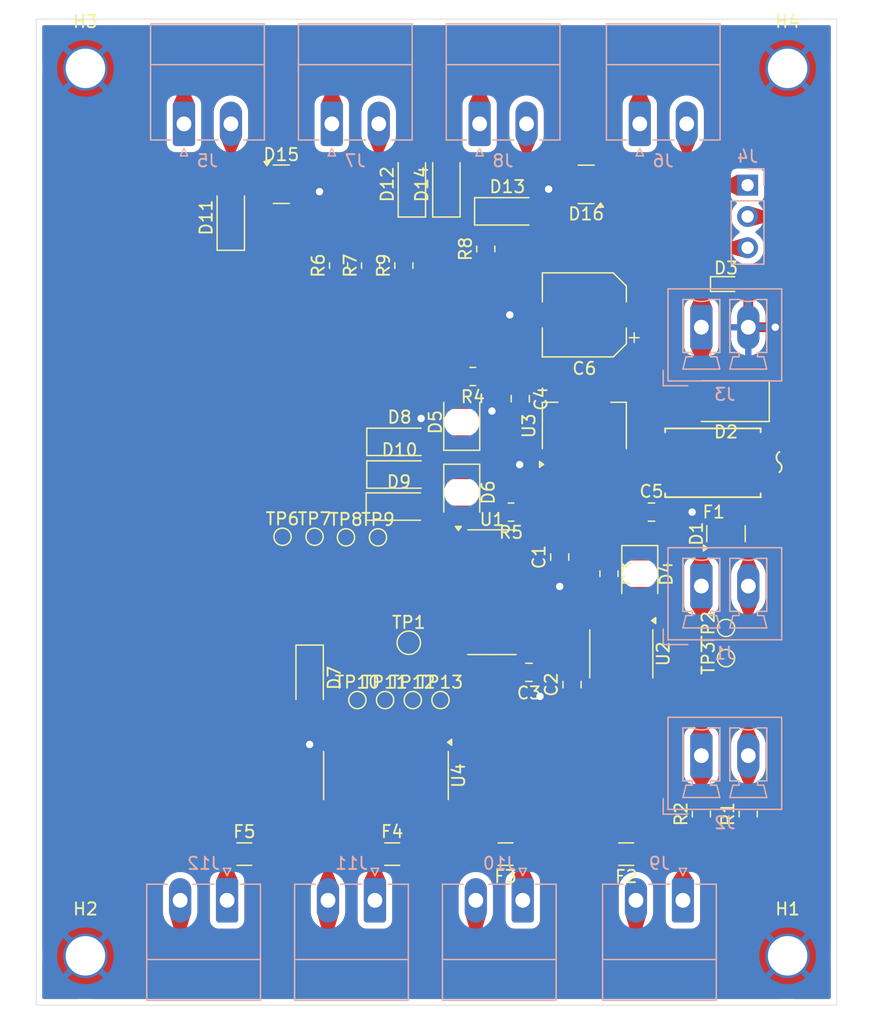
<source format=kicad_pcb>
(kicad_pcb (version 20241229) (generator "pcbnew") (generator_version "9.0")
  (layers (0 "F.Cu" signal) (2 "B.Cu" signal) (25 "Edge.Cuts" user))
  (net 0 "")
  (net 1 "GND")
  (net 2 "+5V")
  (net 3 "Net-(U1-PD7)")
  (net 4 "+12V")
  (net 5 "Net-(D1-IN1)")
  (net 6 "Net-(D1-IN2)")
  (net 7 "Net-(D2-A)")
  (net 8 "Net-(D2-K)")
  (net 9 "Net-(D4-A)")
  (net 10 "Net-(D5-A)")
  (net 11 "Net-(D6-A)")
  (net 12 "/IN1")
  (net 13 "/IN2")
  (net 14 "/IN3")
  (net 15 "/IN4")
  (net 16 "Net-(D11-K)")
  (net 17 "Net-(D11-A)")
  (net 18 "Net-(D12-K)")
  (net 19 "Net-(D12-A)")
  (net 20 "Net-(D13-K)")
  (net 21 "Net-(D13-A)")
  (net 22 "Net-(D14-A)")
  (net 23 "Net-(D14-K)")
  (net 24 "Net-(J9-Pin_1)")
  (net 25 "Net-(U4-O1)")
  (net 26 "Net-(U4-O2)")
  (net 27 "Net-(J10-Pin_1)")
  (net 28 "Net-(U4-O3)")
  (net 29 "Net-(J11-Pin_1)")
  (net 30 "Net-(J12-Pin_1)")
  (net 31 "Net-(U4-O4)")
  (net 32 "/IO/IO_VCC")
  (net 33 "Net-(U2-A)")
  (net 34 "Net-(U2-B)")
  (net 35 "/TXEN")
  (net 36 "/DBG_LED")
  (net 37 "Net-(U1-PD1)")
  (net 38 "/OUT1")
  (net 39 "/OUT2")
  (net 40 "/OUT3")
  (net 41 "/OUT4")
  (net 42 "/RX")
  (net 43 "/TX")
  (footprint "Diode_SMD:D_SOD-523" (layer "F.Cu") (at 166 71.5)
    (property "Reference" "D3")
    (property "Value" "PESD12VS1UB")
  )
  (footprint "Diode_SMD:D_MiniMELF" (layer "F.Cu") (at 139.5 86.95)
    (property "Reference" "D10")
    (property "Value" "BZV55C5V1")
  )
  (footprint "Resistor_SMD:R_0805_2012Metric" (layer "F.Cu") (at 146.5 68.65 90)
    (property "Reference" "R8")
    (property "Value" "1K")
  )
  (footprint "Resistor_SMD:R_0805_2012Metric" (layer "F.Cu") (at 164 114.5 90)
    (property "Reference" "R2")
    (property "Value" "10R")
  )
  (footprint "TestPoint:TestPoint_Pad_D1.0mm" (layer "F.Cu") (at 166 99.4 90)
    (property "Reference" "TP2")
    (property "Value" "485B")
  )
  (footprint "Package_SO:SOP-16_3.9x9.9mm_P1.27mm" (layer "F.Cu") (at 147 96.5)
    (property "Reference" "U1")
    (property "Value" "CH32V003AxMx")
  )
  (footprint "MountingHole:MountingHole_3.2mm_M3_DIN965_Pad_TopOnly" (layer "F.Cu") (at 114 126)
    (property "Reference" "H2")
    (property "Value" "MountingHole_Pad")
  )
  (footprint "Fuse:Fuse_1206_3216Metric" (layer "F.Cu") (at 138.9 117.75)
    (property "Reference" "F4")
    (property "Value" "MF-NSMF050-2")
  )
  (footprint "Diode_SMD:D_MiniMELF" (layer "F.Cu") (at 132.2 103.45 -90)
    (property "Reference" "D7")
    (property "Value" "BZV55C5V1")
  )
  (footprint "MountingHole:MountingHole_3.2mm_M3_DIN965_Pad_TopOnly" (layer "F.Cu") (at 114 54)
    (property "Reference" "H3")
    (property "Value" "MountingHole_Pad")
  )
  (footprint "Fuse:Fuse_1206_3216Metric" (layer "F.Cu") (at 126.9 117.75)
    (property "Reference" "F5")
    (property "Value" "MF-NSMF050-2")
  )
  (footprint "Resistor_SMD:R_0805_2012Metric" (layer "F.Cu") (at 167.8 114.5 90)
    (property "Reference" "R1")
    (property "Value" "10R")
  )
  (footprint "Resistor_SMD:R_0805_2012Metric" (layer "F.Cu") (at 139.85 70 90)
    (property "Reference" "R9")
    (property "Value" "1K")
  )
  (footprint "TestPoint:TestPoint_Pad_D1.0mm" (layer "F.Cu") (at 140.575 105.25)
    (property "Reference" "TP12")
    (property "Value" "TestPoint")
  )
  (footprint "Capacitor_SMD:C_0805_2012Metric" (layer "F.Cu") (at 152.5 93.65 90)
    (property "Reference" "C1")
    (property "Value" "0.1uF / 16V")
  )
  (footprint "TestPoint:TestPoint_Pad_D1.0mm" (layer "F.Cu") (at 130 92)
    (property "Reference" "TP6")
    (property "Value" "TestPoint")
  )
  (footprint "TestPoint:TestPoint_Pad_D1.5mm" (layer "F.Cu") (at 140.25 100.6)
    (property "Reference" "TP1")
    (property "Value" "SWIO")
  )
  (footprint "Custom:FUSE-SMD_L7.4-W5.4" (layer "F.Cu") (at 165 86 180)
    (property "Reference" "F1")
    (property "Value" "MF-SM075-2")
  )
  (footprint "Resistor_SMD:R_0805_2012Metric" (layer "F.Cu") (at 148.55 90 180)
    (property "Reference" "R5")
    (property "Value" "200R")
  )
  (footprint "LED_SMD:LED_1206_3216Metric_ReverseMount_Hole1.8x2.4mm" (layer "F.Cu") (at 159 95 -90)
    (property "Reference" "D4")
    (property "Value" "LED")
  )
  (footprint "TestPoint:TestPoint_Pad_D1.0mm" (layer "F.Cu") (at 166 101.85 90)
    (property "Reference" "TP3")
    (property "Value" "485A")
  )
  (footprint "Fuse:Fuse_1206_3216Metric" (layer "F.Cu") (at 148.1 117.75 180)
    (property "Reference" "F3")
    (property "Value" "MF-NSMF050-2")
  )
  (footprint "Package_TO_SOT_SMD:SOT-23" (layer "F.Cu") (at 129.9 63.4)
    (property "Reference" "D15")
    (property "Value" "PESD12VS2UT")
  )
  (footprint "MountingHole:MountingHole_3.2mm_M3_DIN965_Pad_TopOnly" (layer "F.Cu") (at 171 54)
    (property "Reference" "H4")
    (property "Value" "MountingHole_Pad")
  )
  (footprint "MountingHole:MountingHole_3.2mm_M3_DIN965_Pad_TopOnly" (layer "F.Cu") (at 171 126)
    (property "Reference" "H1")
    (property "Value" "MountingHole_Pad")
  )
  (footprint "LED_SMD:LED_1206_3216Metric_ReverseMount_Hole1.8x2.4mm" (layer "F.Cu") (at 144.55 88.4 -90)
    (property "Reference" "D6")
    (property "Value" "LED")
  )
  (footprint "Diode_SMD:D_MiniMELF" (layer "F.Cu") (at 125.8 66.1 90)
    (property "Reference" "D11")
    (property "Value" "LL4448")
  )
  (footprint "TestPoint:TestPoint_Pad_D1.0mm" (layer "F.Cu") (at 135.15 92.05)
    (property "Reference" "TP8")
    (property "Value" "TestPoint")
  )
  (footprint "Capacitor_SMD:C_0805_2012Metric" (layer "F.Cu") (at 159.95 90)
    (property "Reference" "C5")
    (property "Value" "10uF / 16V")
  )
  (footprint "TestPoint:TestPoint_Pad_D1.0mm" (layer "F.Cu") (at 142.825 105.25)
    (property "Reference" "TP13")
    (property "Value" "TestPoint")
  )
  (footprint "Resistor_SMD:R_0805_2012Metric" (layer "F.Cu") (at 134.55 70 90)
    (property "Reference" "R6")
    (property "Value" "1K")
  )
  (footprint "TestPoint:TestPoint_Pad_D1.0mm" (layer "F.Cu") (at 136.075 105.25)
    (property "Reference" "TP10")
    (property "Value" "TestPoint")
  )
  (footprint "Package_SO:SOIC-16_3.9x9.9mm_P1.27mm" (layer "F.Cu") (at 138.395 111.375 -90)
    (property "Reference" "U4")
    (property "Value" "ULN2003")
  )
  (footprint "LED_SMD:LED_1206_3216Metric_ReverseMount_Hole1.8x2.4mm" (layer "F.Cu") (at 144.55 82.7 90)
    (property "Reference" "D5")
    (property "Value" "LED")
  )
  (footprint "Resistor_SMD:R_0805_2012Metric" (layer "F.Cu") (at 156.5 95 -90)
    (property "Reference" "R3")
    (property "Value" "200R")
  )
  (footprint "Capacitor_SMD:CP_Elec_6.3x5.9" (layer "F.Cu") (at 154.5 74 180)
    (property "Reference" "C6")
    (property "Value" "470uF / 25V")
  )
  (footprint "TestPoint:TestPoint_Pad_D1.0mm" (layer "F.Cu") (at 132.6 92)
    (property "Reference" "TP7")
    (property "Value" "TestPoint")
  )
  (footprint "TestPoint:TestPoint_Pad_D1.0mm" (layer "F.Cu") (at 137.75 92.05)
    (property "Reference" "TP9")
    (property "Value" "TestPoint")
  )
  (footprint "Diode_SMD:D_MiniMELF" (layer "F.Cu") (at 140.5 63.4 90)
    (property "Reference" "D12")
    (property "Value" "LL4448")
  )
  (footprint "Capacitor_SMD:C_0805_2012Metric" (layer "F.Cu") (at 150 103 180)
    (property "Reference" "C3")
    (property "Value" "0.1uF / 16V")
  )
  (footprint "Diode_SMD:D_MiniMELF" (layer "F.Cu") (at 139.5 84.3)
    (property "Reference" "D8")
    (property "Value" "BZV55C5V1")
  )
  (footprint "Diode_SMD:D_MiniMELF" (layer "F.Cu") (at 148.25 65.6)
    (property "Reference" "D13")
    (property "Value" "LL4448")
  )
  (footprint "TestPoint:TestPoint_Pad_D1.0mm" (layer "F.Cu") (at 138.325 105.25)
    (property "Reference" "TP11")
    (property "Value" "TestPoint")
  )
  (footprint "Diode_SMD:D_MiniMELF" (layer "F.Cu") (at 143.3 63.4 90)
    (property "Reference" "D14")
    (property "Value" "LL4448")
  )
  (footprint "Resistor_SMD:R_0805_2012Metric" (layer "F.Cu") (at 137.15 70 90)
    (property "Reference" "R7")
    (property "Value" "1K")
  )
  (footprint "Resistor_SMD:R_0805_2012Metric" (layer "F.Cu") (at 145.45 79 180)
    (property "Reference" "R4")
    (property "Value" "200R")
  )
  (footprint "Package_TO_SOT_SMD:SOT-223-3_TabPin2" (layer "F.Cu") (at 154.5 83 90)
    (property "Reference" "U3")
    (property "Value" "LT1117-5.0")
  )
  (footprint "Package_SO:SOIC-8_3.9x4.9mm_P1.27mm" (layer "F.Cu") (at 157.5 101.5 -90)
    (property "Reference" "U2")
    (property "Value" "SN75176BDR")
  )
  (footprint "Capacitor_SMD:C_0805_2012Metric" (layer "F.Cu") (at 153.5 104 90)
    (property "Reference" "C2")
    (property "Value" "0.1uF / 16V")
  )
  (footprint "Diode_SMD:D_MiniMELF" (layer "F.Cu") (at 139.45 89.55)
    (property "Reference" "D9")
    (property "Value" "BZV55C5V1")
  )
  (footprint "Fuse:Fuse_1206_3216Metric" (layer "F.Cu") (at 157.9 117.75 180)
    (property "Reference" "F2")
    (property "Value" "MF-NSMF050-2")
  )
  (footprint "Package_TO_SOT_SMD:SOT-23" (layer "F.Cu") (at 166 91.75 90)
    (property "Reference" "D1")
    (property "Value" "PESD15VL2BT")
  )
  (footprint "Diode_SMD:D_SMA" (layer "F.Cu") (at 166 81 180)
    (property "Reference" "D2")
    (property "Value" "SS14")
  )
  (footprint "Package_TO_SOT_SMD:SOT-23" (layer "F.Cu") (at 154.65 63.4125 180)
    (property "Reference" "D16")
    (property "Value" "PESD12VS2UT")
  )
  (footprint "Capacitor_SMD:C_0805_2012Metric" (layer "F.Cu") (at 149.3 80.8 -90)
    (property "Reference" "C4")
    (property "Value" "10uF / 16V")
  )
  (footprint "Connector_Phoenix_MC:PhoenixContact_MC_1,5_2-G-3.81_1x02_P3.81mm_Horizontal" (layer "B.Cu") (at 122 58.5)
    (property "Reference" "J5")
    (property "Value" "MC 1,5/2G-3,81")
  )
  (footprint "Connector_PinHeader_2.54mm:PinHeader_1x03_P2.54mm_Vertical" (layer "B.Cu") (at 167.75 63.475 180)
    (property "Reference" "J4")
    (property "Value" "PLS")
  )
  (footprint "Connector_Phoenix_MC:PhoenixContact_MCV_1,5_2-G-3.81_1x02_P3.81mm_Vertical" (layer "B.Cu") (at 164 96)
    (property "Reference" "J1")
    (property "Value" "MC1,5 2G-3.81")
  )
  (footprint "Connector_Phoenix_MC:PhoenixContact_MC_1,5_2-G-3.81_1x02_P3.81mm_Horizontal" (layer "B.Cu") (at 134 58.5)
    (property "Reference" "J7")
    (property "Value" "MC 1,5/2G-3,81")
  )
  (footprint "Connector_Phoenix_MC:PhoenixContact_MC_1,5_2-G-3.81_1x02_P3.81mm_Horizontal" (layer "B.Cu") (at 149.5 121.5 180)
    (property "Reference" "J10")
    (property "Value" "MC 1,5/2G-3,81")
  )
  (footprint "Connector_Phoenix_MC:PhoenixContact_MCV_1,5_2-G-3.81_1x02_P3.81mm_Vertical" (layer "B.Cu") (at 164 109.7575)
    (property "Reference" "J2")
    (property "Value" "MC1,5 2G-3.81")
  )
  (footprint "Connector_Phoenix_MC:PhoenixContact_MC_1,5_2-G-3.81_1x02_P3.81mm_Horizontal" (layer "B.Cu") (at 125.5 121.5 180)
    (property "Reference" "J12")
    (property "Value" "MC 1,5/2G-3,81")
  )
  (footprint "Connector_Phoenix_MC:PhoenixContact_MC_1,5_2-G-3.81_1x02_P3.81mm_Horizontal" (layer "B.Cu") (at 137.5 121.5 180)
    (property "Reference" "J11")
    (property "Value" "MC 1,5/2G-3,81")
  )
  (footprint "Connector_Phoenix_MC:PhoenixContact_MCV_1,5_2-G-3.81_1x02_P3.81mm_Vertical" (layer "B.Cu") (at 164 75)
    (property "Reference" "J3")
    (property "Value" "MC1,5 2G-3.81")
  )
  (footprint "Connector_Phoenix_MC:PhoenixContact_MC_1,5_2-G-3.81_1x02_P3.81mm_Horizontal" (layer "B.Cu") (at 162.5 121.5 180)
    (property "Reference" "J9")
    (property "Value" "MC 1,5/2G-3,81")
  )
  (footprint "Connector_Phoenix_MC:PhoenixContact_MC_1,5_2-G-3.81_1x02_P3.81mm_Horizontal" (layer "B.Cu") (at 159 58.5)
    (property "Reference" "J6")
    (property "Value" "MC 1,5/2G-3,81")
  )
  (footprint "Connector_Phoenix_MC:PhoenixContact_MC_1,5_2-G-3.81_1x02_P3.81mm_Horizontal" (layer "B.Cu") (at 146 58.5)
    (property "Reference" "J8")
    (property "Value" "MC 1,5/2G-3,81")
  )
  (gr_poly (pts (xy 122.716666 100.553333) (xy 122.716666 100.976666) (xy 122.293333 100.976666) (xy 122.293333 100.553333)) (stroke (width -0.000001)) (fill yes) (layer "F.Cu") (net 1))
  (gr_poly (pts (xy 122.293333 97.166666) (xy 122.293333 97.59) (xy 121.869999 97.59) (xy 121.869999 97.166666)) (stroke (width -0.000001)) (fill yes) (layer "F.Cu") (net 1))
  (gr_poly (pts (xy 120.6 97.166666) (xy 120.6 97.59) (xy 120.176666 97.59) (xy 120.176666 97.166666)) (stroke (width -0.000001)) (fill yes) (layer "F.Cu") (net 1))
  (gr_poly (pts (xy 122.716666 96.32) (xy 122.716666 96.743333) (xy 122.293333 96.743333) (xy 122.293333 96.32)) (stroke (width -0.000001)) (fill yes) (layer "F.Cu") (net 1))
  (gr_poly (pts (xy 121.023333 99.706666) (xy 121.023333 100.13) (xy 120.6 100.13) (xy 120.6 99.706666)) (stroke (width -0.000001)) (fill yes) (layer "F.Cu") (net 1))
  (gr_poly (pts (xy 121.446666 100.13) (xy 121.446666 100.553333) (xy 121.023333 100.553333) (xy 121.023333 100.13)) (stroke (width -0.000001)) (fill yes) (layer "F.Cu") (net 1))
  (gr_poly (pts (xy 121.869999 103.093333) (xy 121.869999 103.516666) (xy 121.446666 103.516666) (xy 121.446666 103.093333)) (stroke (width -0.000001)) (fill yes) (layer "F.Cu") (net 1))
  (gr_poly (pts (xy 119.329999 96.32) (xy 119.329999 96.743333) (xy 118.906666 96.743333) (xy 118.906666 96.32)) (stroke (width -0.000001)) (fill yes) (layer "F.Cu") (net 1))
  (gr_poly (pts (xy 120.176666 96.32) (xy 120.176666 96.743333) (xy 119.753333 96.743333) (xy 119.753333 96.32)) (stroke (width -0.000001)) (fill yes) (layer "F.Cu") (net 1))
  (gr_poly (pts (xy 118.06 103.516666) (xy 118.06 103.94) (xy 117.636666 103.94) (xy 117.636666 103.516666)) (stroke (width -0.000001)) (fill yes) (layer "F.Cu") (net 1))
  (gr_poly (pts (xy 121.446666 96.743333) (xy 121.446666 97.166666) (xy 121.023333 97.166666) (xy 121.023333 96.743333)) (stroke (width -0.000001)) (fill yes) (layer "F.Cu") (net 1))
  (gr_poly (pts (xy 122.716666 94.626667) (xy 122.716666 95.05) (xy 122.293333 95.05) (xy 122.293333 94.626667)) (stroke (width -0.000001)) (fill yes) (layer "F.Cu") (net 1))
  (gr_poly (pts (xy 120.176666 104.363333) (xy 120.176666 104.786666) (xy 119.753333 104.786666) (xy 119.753333 104.363333)) (stroke (width -0.000001)) (fill yes) (layer "F.Cu") (net 1))
  (gr_poly (pts (xy 122.716666 104.363333) (xy 122.716666 104.786666) (xy 122.293333 104.786666) (xy 122.293333 104.363333)) (stroke (width -0.000001)) (fill yes) (layer "F.Cu") (net 1))
  (gr_poly (pts (xy 120.6 99.283333) (xy 120.6 99.706666) (xy 120.176666 99.706666) (xy 120.176666 99.283333)) (stroke (width -0.000001)) (fill yes) (layer "F.Cu") (net 1))
  (gr_poly (pts (xy 118.06 105.209999) (xy 118.06 105.633333) (xy 117.636666 105.633333) (xy 117.636666 105.209999)) (stroke (width -0.000001)) (fill yes) (layer "F.Cu") (net 1))
  (gr_poly (pts (xy 119.329999 95.473333) (xy 119.329999 95.896666) (xy 118.906666 95.896666) (xy 118.906666 95.473333)) (stroke (width -0.000001)) (fill yes) (layer "F.Cu") (net 1))
  (gr_poly (pts (xy 118.906666 97.166666) (xy 118.906666 97.59) (xy 118.483333 97.59) (xy 118.483333 97.166666)) (stroke (width -0.000001)) (fill yes) (layer "F.Cu") (net 1))
  (gr_poly (pts (xy 118.06 96.743333) (xy 118.06 97.166666) (xy 117.636666 97.166666) (xy 117.636666 96.743333)) (stroke (width -0.000001)) (fill yes) (layer "F.Cu") (net 1))
  (gr_poly (pts (xy 118.06 100.13) (xy 118.06 100.553333) (xy 117.636666 100.553333) (xy 117.636666 100.13)) (stroke (width -0.000001)) (fill yes) (layer "F.Cu") (net 1))
  (gr_poly (pts (xy 122.716666 95.473333) (xy 122.716666 95.896666) (xy 122.293333 95.896666) (xy 122.293333 95.473333)) (stroke (width -0.000001)) (fill yes) (layer "F.Cu") (net 1))
  (gr_poly (pts (xy 122.716666 103.093333) (xy 122.716666 103.516666) (xy 122.293333 103.516666) (xy 122.293333 103.093333)) (stroke (width -0.000001)) (fill yes) (layer "F.Cu") (net 1))
  (gr_poly (pts (xy 121.869999 104.363333) (xy 121.869999 104.786666) (xy 121.446666 104.786666) (xy 121.446666 104.363333)) (stroke (width -0.000001)) (fill yes) (layer "F.Cu") (net 1))
  (gr_poly (pts (xy 117.1719 108.38403) (xy 117.17205 108.382451) (xy 117.172295 108.380881) (xy 117.172636 108.379325) (xy 117.173071 108.377786) (xy 117.173603 108.376271) (xy 117.174229 108.374782) (xy 117.174951 108.373325) (xy 117.201293 108.32524) (xy 117.228508 108.277682) (xy 117.256588 108.230663) (xy 117.285525 108.184194) (xy 117.31531 108.138286) (xy 117.345934 108.092951) (xy 117.37739 108.048201) (xy 117.409669 108.004046) (xy 117.442762 107.960497) (xy 117.47666 107.917568) (xy 117.511356 107.875267) (xy 117.546841 107.833608) (xy 117.583106 107.792601) (xy 117.620143 107.752258) (xy 117.657943 107.71259) (xy 117.696498 107.673609) (xy 117.697571 107.672633) (xy 117.698679 107.67172) (xy 117.69982 107.67087) (xy 117.700991 107.670082) (xy 117.702192 107.669358) (xy 117.703418 107.668697) (xy 117.704668 107.668099) (xy 117.705939 107.667563) (xy 117.70723 107.667091) (xy 117.708537 107.666682) (xy 117.709858 107.666335) (xy 117.711191 107.666052) (xy 117.712533 107.665831) (xy 117.713882 107.665674) (xy 117.715237 107.66558) (xy 117.716593 107.665548) (xy 117.71795 107.66558) (xy 117.719304 107.665674) (xy 117.720654 107.665831) (xy 117.721996 107.666052) (xy 117.723329 107.666335) (xy 117.72465 107.666682) (xy 117.725957 107.667091) (xy 117.727247 107.667563) (xy 117.728518 107.668099) (xy 117.729768 107.668697) (xy 117.730995 107.669358) (xy 117.732195 107.670082) (xy 117.733367 107.67087) (xy 117.734508 107.67172) (xy 117.735616 107.672633) (xy 117.736688 107.673609) (xy 117.937891 107.860846) (xy 118.095109 108.002644) (xy 118.272843 108.157906) (xy 118.458174 108.312638) (xy 118.549651 108.385432) (xy 118.638181 108.452847) (xy 118.72215 108.513133) (xy 118.799944 108.564542) (xy 118.869946 108.605324) (xy 118.930541 108.633729) (xy 118.931761 108.634182) (xy 118.932998 108.63456) (xy 118.934248 108.634863) (xy 118.935508 108.63509) (xy 118.936776 108.635243) (xy 118.938047 108.635322) (xy 118.939319 108.635326) (xy 118.940588 108.635256) (xy 118.94185 108.635113) (xy 118.943103 108.634897) (xy 118.944344 108.634608) (xy 118.945568 108.634246) (xy 118.946773 108.633811) (xy 118.947955 108.633304) (xy 118.949112 108.632726) (xy 118.950239 108.632075) (xy 118.951325 108.631359) (xy 118.952361 108.630585) (xy 118.953343 108.629755) (xy 118.954272 108.628873) (xy 118.955144 108.627941) (xy 118.955959 108.626962) (xy 118.956714 108.625938) (xy 118.957408 108.624874) (xy 118.958038 108.623771) (xy 118.958605 108.622632) (xy 118.959104 108.62146) (xy 118.959536 108.620259) (xy 118.959897 108.61903) (xy 118.960187 108.617776) (xy 118.960404 108.616502) (xy 118.960545 108.615208) (xy 118.969717 108.529479) (xy 118.989836 108.434534) (xy 119.021162 108.332454) (xy 119.063955 108.225325) (xy 119.118474 108.115227) (xy 119.184981 108.004243) (xy 119.263733 107.894458) (xy 119.354992 107.787952) (xy 119.405393 107.736581) (xy 119.459018 107.68681) (xy 119.515899 107.638901) (xy 119.57607 107.593114) (xy 119.639562 107.549708) (xy 119.706408 107.508946) (xy 119.77664 107.471086) (xy 119.850291 107.436389) (xy 119.927394 107.405116) (xy 120.007981 107.377527) (xy 120.092085 107.353882) (xy 120.179737 107.334442) (xy 120.270971 107.319466) (xy 120.365819 107.309216) (xy 120.464313 107.303952) (xy 120.566486 107.303933) (xy 120.682376 107.309248) (xy 120.793341 107.318906) (xy 120.899479 107.332645) (xy 121.000884 107.350204) (xy 121.097652 107.371322) (xy 121.189878 107.395738) (xy 121.277658 107.423189) (xy 121.361088 107.453414) (xy 121.440263 107.486152) (xy 121.515278 107.521141) (xy 121.586228 107.55812) (xy 121.653211 107.596828) (xy 121.71632 107.637003) (xy 121.775652 107.678383) (xy 121.831301 107.720707) (xy 121.883364 107.763713) (xy 121.931936 107.807141) (xy 121.977112 107.850728) (xy 122.018988 107.894213) (xy 122.05766 107.937335) (xy 122.125771 108.021443) (xy 122.182209 108.10096) (xy 122.227739 108.173794) (xy 122.263125 108.237854) (xy 122.28913 108.291048) (xy 122.306519 108.331284) (xy 122.306687 108.331714) (xy 122.306837 108.332149) (xy 122.306969 108.332586) (xy 122.307083 108.333026) (xy 122.307179 108.333467) (xy 122.307257 108.333911) (xy 122.307317 108.334356) (xy 122.30736 108.334801) (xy 122.307385 108.335246) (xy 122.307393 108.335691) (xy 122.307384 108.336135) (xy 122.307358 108.336577) (xy 122.307314 108.337018) (xy 122.307254 108.337456) (xy 122.307084 108.338323) (xy 122.306847 108.339175) (xy 122.306705 108.339594) (xy 122.306546 108.340007) (xy 122.306371 108.340414) (xy 122.30618 108.340815) (xy 122.305974 108.341209) (xy 122.305751 108.341596) (xy 122.305513 108.341975) (xy 122.30526 108.342345) (xy 122.304992 108.342706) (xy 122.304708 108.343058) (xy 122.304409 108.343401) (xy 122.304095 108.343732) (xy 122.303766 108.344053) (xy 122.303423 108.344362) (xy 122.302703 108.344937) (xy 122.301948 108.345447) (xy 122.301162 108.345891) (xy 122.30035 108.346269) (xy 122.299516 108.346581) (xy 122.298663 108.346827) (xy 122.297797 108.347005) (xy 122.29692 108.347117) (xy 122.296037 108.347161) (xy 122.295152 108.347137) (xy 122.29427 108.347044) (xy 122.293394 108.346883) (xy 122.292528 108.346653) (xy 122.291677 108.346354) (xy 122.290844 108.345984) (xy 122.290034 108.345545) (xy 122.241866 108.319193) (xy 122.173264 108.287007) (xy 122.132043 108.270251) (xy 122.086607 108.253866) (xy 122.037253 108.238463) (xy 121.984279 108.22465) (xy 121.927981 108.213038) (xy 121.868659 108.204236) (xy 121.806608 108.198856) (xy 121.742128 108.197505) (xy 121.675515 108.200795) (xy 121.607067 108.209336) (xy 121.537082 108.223736) (xy 121.501606 108.233324) (xy 121.465858 108.244606) (xy 121.42425 108.26012) (xy 121.384685 108.277523) (xy 121.347117 108.296702) (xy 121.311502 108.317549) (xy 121.277793 108.339951) (xy 121.245946 108.363799) (xy 121.215916 108.388982) (xy 121.187657 108.415388) (xy 121.161124 108.442908) (xy 121.136272 108.47143) (xy 121.113056 108.500843) (xy 121.091429 108.531038) (xy 121.071348 108.561903) (xy 121.052767 108.593327) (xy 121.019922 108.657412) (xy 120.992534 108.722406) (xy 120.970241 108.787424) (xy 120.95268 108.851579) (xy 120.93949 108.913986) (xy 120.930308 108.97376) (xy 120.924774 109.030014) (xy 120.922524 109.081862) (xy 120.923197 109.12842) (xy 120.9308 109.220108) (xy 120.945247 109.310618) (xy 120.9666 109.399296) (xy 120.994925 109.485487) (xy 121.011721 109.527446) (xy 121.030284 109.568539) (xy 121.050621 109.608683) (xy 121.072741 109.647798) (xy 121.096651 109.685801) (xy 121.122359 109.72261) (xy 121.149873 109.758145) (xy 121.179201 109.792322) (xy 121.210352 109.825061) (xy 121.243332 109.856281) (xy 121.278151 109.885898) (xy 121.314815 109.913832) (xy 121.353333 109.94) (xy 121.393713 109.964322) (xy 121.435963 109.986715) (xy 121.48009 110.007097) (xy 121.526102 110.025388) (xy 121.574008 110.041505) (xy 121.623816 110.055367) (xy 121.675533 110.066891) (xy 121.729167 110.075997) (xy 121.784727 110.082602) (xy 121.842219 110.086625) (xy 121.901653 110.087984) (xy 121.967178 110.085818) (xy 122.029281 110.079481) (xy 122.088043 110.069213) (xy 122.14355 110.055253) (xy 122.195885 110.037841) (xy 122.245132 110.017217) (xy 122.291376 109.993622) (xy 122.334699 109.967295) (xy 122.375186 109.938476) (xy 122.41292 109.907405) (xy 122.447987 109.874322) (xy 122.480469 109.839467) (xy 122.51045 109.80308) (xy 122.538014 109.7654) (xy 122.563246 109.726668) (xy 122.586229 109.687124) (xy 122.607047 109.647007) (xy 122.625784 109.606558) (xy 122.65735 109.525622) (xy 122.681598 109.446235) (xy 122.6992 109.370316) (xy 122.710827 109.299786) (xy 122.71715 109.236563) (xy 122.718841 109.182567) (xy 122.716569 109.139718) (xy 122.716567 109.139246) (xy 122.716584 109.138778) (xy 122.71662 109.138314) (xy 122.716675 109.137854) (xy 122.716748 109.1374) (xy 122.71684 109.136951) (xy 122.716949 109.136507) (xy 122.717075 109.13607) (xy 122.717219 109.13564) (xy 122.717379 109.135216) (xy 122.717556 109.134801) (xy 122.717749 109.134393) (xy 122.717958 109.133994) (xy 122.718182 109.133604) (xy 122.718422 109.133224) (xy 122.718676 109.132853) (xy 122.718945 109.132493) (xy 122.719228 109.132144) (xy 122.719524 109.131806) (xy 122.719835 109.131479) (xy 122.720158 109.131165) (xy 122.720494 109.130864) (xy 122.720843 109.130575) (xy 122.721204 109.1303) (xy 122.721577 109.13004) (xy 122.721962 109.129793) (xy 122.722358 109.129562) (xy 122.722764 109.129346) (xy 122.723182 109.129146) (xy 122.723609 109.128962) (xy 122.724047 109.128795) (xy 122.724494 109.128645) (xy 122.724947 109.128513) (xy 122.725401 109.128402) (xy 122.725858 109.128309) (xy 122.726315 109.128236) (xy 122.726772 109.128182) (xy 122.727229 109.128147) (xy 122.727685 109.128131) (xy 122.728141 109.128133) (xy 122.728594 109.128153) (xy 122.729045 109.128192) (xy 122.729493 109.128248) (xy 122.729938 109.128322) (xy 122.730379 109.128414) (xy 122.730815 109.128523) (xy 122.731247 109.128649) (xy 122.731673 109.128792) (xy 122.732093 109.128952) (xy 122.732506 109.129128) (xy 122.732913 109.129321) (xy 122.733311 109.12953) (xy 122.733702 109.129755) (xy 122.734084 109.129996) (xy 122.734457 109.130253) (xy 122.73482 109.130525) (xy 122.735173 109.130812) (xy 122.735515 109.131115) (xy 122.735846 109.131432) (xy 122.736165 109.131764) (xy 122.736472 109.13211) (xy 122.736766 109.132471) (xy 122.737046 109.132846) (xy 122.737313 109.133235) (xy 122.761501 109.174055) (xy 122.791049 109.241191) (xy 122.82331 109.340211) (xy 122.83963 109.403417) (xy 122.855637 109.476681) (xy 122.871 109.5607) (xy 122.885387 109.656168) (xy 122.898468 109.763783) (xy 122.909912 109.884241) (xy 122.919389 110.018236) (xy 122.926567 110.166464) (xy 122.931117 110.329623) (xy 122.932707 110.508407) (xy 122.92757 110.77843) (xy 122.912944 111.039324) (xy 122.890003 111.290347) (xy 122.859923 111.530757) (xy 122.82388 111.759811) (xy 122.78305 111.976767) (xy 122.738607 112.180884) (xy 122.691728 112.371417) (xy 122.643588 112.547627) (xy 122.595362 112.708769) (xy 122.548227 112.854101) (xy 122.503357 112.982883) (xy 122.425116 113.187821) (xy 122.370045 113.317647) (xy 122.36894 113.319941) (xy 122.36772 113.32216) (xy 122.366387 113.324301) (xy 122.364947 113.326361) (xy 122.363404 113.328336) (xy 122.361761 113.330221) (xy 122.360022 113.332015) (xy 122.358192 113.333712) (xy 122.356274 113.335311) (xy 122.354273 113.336806) (xy 122.352193 113.338195) (xy 122.350038 113.339473) (xy 122.347811 113.340638) (xy 122.345517 113.341686) (xy 122.34316 113.342613) (xy 122.340744 113.343416) (xy 122.338288 113.344087) (xy 122.335812 113.344621) (xy 122.333322 113.345021) (xy 122.330823 113.345285) (xy 122.32832 113.345415) (xy 122.325819 113.345412) (xy 122.323325 113.345277) (xy 122.320843 113.345009) (xy 122.318379 113.34461) (xy 122.315937 113.344081) (xy 122.313525 113.343422) (xy 122.311145 113.342633) (xy 122.308805 113.341717) (xy 122.30651 113.340673) (xy 122.304264 113.339502) (xy 122.302073 113.338205) (xy 122.003702 113.149663) (xy 121.93646 113.110381) (xy 121.843331 113.066195) (xy 121.702461 113.010016) (xy 121.5078 112.94512) (xy 121.388406 112.910427) (xy 121.253296 112.874785) (xy 121.101712 112.838602) (xy 120.932898 112.802288) (xy 120.746099 112.766253) (xy 120.540556 112.730907) (xy 120.434551 112.712767) (xy 120.331709 112.693298) (xy 120.232044 112.672622) (xy 120.135569 112.650867) (xy 120.042297 112.628157) (xy 119.952241 112.604616) (xy 119.865416 112.58037) (xy 119.781833 112.555544) (xy 119.701506 112.530262) (xy 119.624449 112.50465) (xy 119.480196 112.452936) (xy 119.349179 112.401401) (xy 119.231504 112.351045) (xy 119.127277 112.302868) (xy 119.036603 112.25787) (xy 118.959589 112.217051) (xy 118.89634 112.181411) (xy 118.811562 112.129669) (xy 118.783114 112.110644) (xy 118.745208 112.084517) (xy 118.645331 112.005944) (xy 118.578644 111.9469) (xy 118.504251 111.874638) (xy 118.42475 111.789121) (xy 118.342735 111.690314) (xy 118.260803 111.57818) (xy 118.181549 111.452684) (xy 118.107569 111.313791) (xy 118.073368 111.239308) (xy 118.041459 111.161463) (xy 118.012167 111.08025) (xy 117.985815 110.995666) (xy 117.962729 110.907705) (xy 117.943232 110.816363) (xy 117.92765 110.721636) (xy 117.916307 110.62352) (xy 117.909527 110.522009) (xy 117.907635 110.417099) (xy 117.910125 110.324403) (xy 117.916307 110.235293) (xy 117.925961 110.149713) (xy 117.93887 110.067605) (xy 117.954818 109.988915) (xy 117.973587 109.913584) (xy 117.994959 109.841555) (xy 118.018716 109.772774) (xy 118.044643 109.707182) (xy 118.07252 109.644723) (xy 118.102131 109.58534) (xy 118.133259 109.528977) (xy 118.165685 109.475577) (xy 118.199193 109.425083) (xy 118.233564 109.377439) (xy 118.268583 109.332588) (xy 118.30403 109.290474) (xy 118.33969 109.251039) (xy 118.375343 109.214227) (xy 118.410774 109.179982) (xy 118.480096 109.118963) (xy 118.545918 109.067529) (xy 118.606499 109.025228) (xy 118.6601 108.991605) (xy 118.704982 108.966208) (xy 118.739405 108.948582) (xy 118.740426 108.947955) (xy 118.741397 108.947269) (xy 118.742317 108.946527) (xy 118.743183 108.945731) (xy 118.743994 108.944885) (xy 118.744747 108.943993) (xy 118.745442 108.943056) (xy 118.746076 108.942078) (xy 118.746647 108.941063) (xy 118.747154 108.940012) (xy 118.747594 108.93893) (xy 118.747966 108.937819) (xy 118.748268 108.936683) (xy 118.748498 108.935523) (xy 118.748655 108.934345) (xy 118.748736 108.933149) (xy 118.748747 108.932549) (xy 118.748739 108.931951) (xy 118.748666 108.930765) (xy 118.748518 108.929592) (xy 118.748297 108.928437) (xy 118.748004 108.927303) (xy 118.747641 108.926192) (xy 118.74721 108.925108) (xy 118.746712 108.924055) (xy 118.746149 108.923035) (xy 118.745522 108.922052) (xy 118.744833 108.921108) (xy 118.744084 108.920207) (xy 118.743276 108.919353) (xy 118.742411 108.918547) (xy 118.741491 108.917794) (xy 118.74101 108.917438) (xy 118.740517 108.917097) (xy 118.614438 108.851881) (xy 118.488388 108.79203) (xy 118.363204 108.737353) (xy 118.239722 108.687664) (xy 118.118778 108.642774) (xy 118.001209 108.602494) (xy 117.887851 108.566636) (xy 117.77954 108.535012) (xy 117.677113 108.507434) (xy 117.581407 108.483713) (xy 117.413502 108.44709) (xy 117.282515 108.423638) (xy 117.195138 108.411849) (xy 117.193529 108.411613) (xy 117.191949 108.411281) (xy 117.1904 108.410855) (xy 117.188888 108.410338) (xy 117.187414 108.409732) (xy 117.185984 108.40904) (xy 117.1846 108.408265) (xy 117.183266 108.407408) (xy 117.181987 108.406472) (xy 117.180765 108.40546) (xy 117.179605 108.404374) (xy 117.178509 108.403218) (xy 117.177482 108.401992) (xy 117.176528 108.4007) (xy 117.17565 108.399345) (xy 117.174851 108.397929) (xy 117.174141 108.396466) (xy 117.173526 108.394972) (xy 117.173008 108.393453) (xy 117.172584 108.391911) (xy 117.172257 108.390352) (xy 117.172024 108.38878) (xy 117.171887 108.387199) (xy 117.171846 108.385615)) (stroke (width -0.000001)) (fill yes) (layer "F.Cu") (net 1))
  (gr_poly (pts (xy 121.869999 100.976666) (xy 121.869999 101.4) (xy 121.446666 101.4) (xy 121.446666 100.976666)) (stroke (width -0.000001)) (fill yes) (layer "F.Cu") (net 1))
  (gr_poly (pts (xy 122.293333 100.13) (xy 122.293333 100.553333) (xy 121.869999 100.553333) (xy 121.869999 100.13)) (stroke (width -0.000001)) (fill yes) (layer "F.Cu") (net 1))
  (gr_poly (pts (xy 121.023333 96.743333) (xy 121.023333 97.166666) (xy 120.6 97.166666) (xy 120.6 96.743333)) (stroke (width -0.000001)) (fill yes) (layer "F.Cu") (net 1))
  (gr_poly (pts (xy 121.023333 102.246666) (xy 121.023333 102.669999) (xy 120.6 102.669999) (xy 120.6 102.246666)) (stroke (width -0.000001)) (fill yes) (layer "F.Cu") (net 1))
  (gr_poly (pts (xy 119.329999 103.093333) (xy 119.329999 103.516666) (xy 118.906666 103.516666) (xy 118.906666 103.093333)) (stroke (width -0.000001)) (fill yes) (layer "F.Cu") (net 1))
  (gr_poly (pts (xy 121.446666 104.786666) (xy 121.446666 105.209999) (xy 121.023333 105.209999) (xy 121.023333 104.786666)) (stroke (width -0.000001)) (fill yes) (layer "F.Cu") (net 1))
  (gr_poly (pts (xy 122.293333 101.823333) (xy 122.293333 102.246666) (xy 121.869999 102.246666) (xy 121.869999 101.823333)) (stroke (width -0.000001)) (fill yes) (layer "F.Cu") (net 1))
  (gr_poly (pts (xy 122.293333 105.209999) (xy 122.293333 105.633333) (xy 121.869999 105.633333) (xy 121.869999 105.209999)) (stroke (width -0.000001)) (fill yes) (layer "F.Cu") (net 1))
  (gr_poly (pts (xy 122.716666 97.59) (xy 122.716666 98.013333) (xy 122.293333 98.013333) (xy 122.293333 97.59)) (stroke (width -0.000001)) (fill yes) (layer "F.Cu") (net 1))
  (gr_poly (pts (xy 121.446666 105.209999) (xy 121.446666 105.633333) (xy 121.023333 105.633333) (xy 121.023333 105.209999)) (stroke (width -0.000001)) (fill yes) (layer "F.Cu") (net 1))
  (gr_poly (pts (xy 121.023333 105.209999) (xy 121.023333 105.633333) (xy 120.6 105.633333) (xy 120.6 105.209999)) (stroke (width -0.000001)) (fill yes) (layer "F.Cu") (net 1))
  (gr_poly (pts (xy 120.176666 98.86) (xy 120.176666 99.283333) (xy 119.753333 99.283333) (xy 119.753333 98.86)) (stroke (width -0.000001)) (fill yes) (layer "F.Cu") (net 1))
  (gr_poly (pts (xy 122.716666 104.786666) (xy 122.716666 105.209999) (xy 122.293333 105.209999) (xy 122.293333 104.786666)) (stroke (width -0.000001)) (fill yes) (layer "F.Cu") (net 1))
  (gr_poly (pts (xy 120.6 104.363333) (xy 120.6 104.786666) (xy 120.176666 104.786666) (xy 120.176666 104.363333)) (stroke (width -0.000001)) (fill yes) (layer "F.Cu") (net 1))
  (gr_poly (pts (xy 118.906666 103.093333) (xy 118.906666 103.516666) (xy 118.483333 103.516666) (xy 118.483333 103.093333)) (stroke (width -0.000001)) (fill yes) (layer "F.Cu") (net 1))
  (gr_poly (pts (xy 118.06 100.976666) (xy 118.06 101.4) (xy 117.636666 101.4) (xy 117.636666 100.976666)) (stroke (width -0.000001)) (fill yes) (layer "F.Cu") (net 1))
  (gr_poly (pts (xy 118.483333 105.209999) (xy 118.483333 105.633333) (xy 118.06 105.633333) (xy 118.06 105.209999)) (stroke (width -0.000001)) (fill yes) (layer "F.Cu") (net 1))
  (gr_poly (pts (xy 119.329999 94.626667) (xy 119.329999 95.05) (xy 118.906666 95.05) (xy 118.906666 94.626667)) (stroke (width -0.000001)) (fill yes) (layer "F.Cu") (net 1))
  (gr_poly (pts (xy 119.753333 102.246666) (xy 119.753333 102.669999) (xy 119.329999 102.669999) (xy 119.329999 102.246666)) (stroke (width -0.000001)) (fill yes) (layer "F.Cu") (net 1))
  (gr_poly (pts (xy 122.716666 96.743333) (xy 122.716666 97.166666) (xy 122.293333 97.166666) (xy 122.293333 96.743333)) (stroke (width -0.000001)) (fill yes) (layer "F.Cu") (net 1))
  (gr_poly (pts (xy 120.6 96.743333) (xy 120.6 97.166666) (xy 120.176666 97.166666) (xy 120.176666 96.743333)) (stroke (width -0.000001)) (fill yes) (layer "F.Cu") (net 1))
  (gr_poly (pts (xy 122.293333 96.743333) (xy 122.293333 97.166666) (xy 121.869999 97.166666) (xy 121.869999 96.743333)) (stroke (width -0.000001)) (fill yes) (layer "F.Cu") (net 1))
  (gr_poly (pts (xy 121.446666 97.59) (xy 121.446666 98.013333) (xy 121.023333 98.013333) (xy 121.023333 97.59)) (stroke (width -0.000001)) (fill yes) (layer "F.Cu") (net 1))
  (gr_poly (pts (xy 118.483333 96.32) (xy 118.483333 96.743333) (xy 118.06 96.743333) (xy 118.06 96.32)) (stroke (width -0.000001)) (fill yes) (layer "F.Cu") (net 1))
  (gr_poly (pts (xy 118.483333 97.59) (xy 118.483333 98.013333) (xy 118.06 98.013333) (xy 118.06 97.59)) (stroke (width -0.000001)) (fill yes) (layer "F.Cu") (net 1))
  (gr_poly (pts (xy 120.176666 100.553333) (xy 120.176666 100.976666) (xy 119.753333 100.976666) (xy 119.753333 100.553333)) (stroke (width -0.000001)) (fill yes) (layer "F.Cu") (net 1))
  (gr_poly (pts (xy 122.716666 102.246666) (xy 122.716666 102.669999) (xy 122.293333 102.669999) (xy 122.293333 102.246666)) (stroke (width -0.000001)) (fill yes) (layer "F.Cu") (net 1))
  (gr_poly (pts (xy 121.869999 102.669999) (xy 121.869999 103.093333) (xy 121.446666 103.093333) (xy 121.446666 102.669999)) (stroke (width -0.000001)) (fill yes) (layer "F.Cu") (net 1))
  (gr_poly (pts (xy 121.023333 100.13) (xy 121.023333 100.553333) (xy 120.6 100.553333) (xy 120.6 100.13)) (stroke (width -0.000001)) (fill yes) (layer "F.Cu") (net 1))
  (gr_poly (pts (xy 120.176666 102.246666) (xy 120.176666 102.669999) (xy 119.753333 102.669999) (xy 119.753333 102.246666)) (stroke (width -0.000001)) (fill yes) (layer "F.Cu") (net 1))
  (gr_poly (pts (xy 121.023333 98.436667) (xy 121.023333 98.86) (xy 120.6 98.86) (xy 120.6 98.436667)) (stroke (width -0.000001)) (fill yes) (layer "F.Cu") (net 1))
  (gr_poly (pts (xy 118.906666 101.4) (xy 118.906666 101.823333) (xy 118.483333 101.823333) (xy 118.483333 101.4)) (stroke (width -0.000001)) (fill yes) (layer "F.Cu") (net 1))
  (gr_poly (pts (xy 118.906666 100.13) (xy 118.906666 100.553333) (xy 118.483333 100.553333) (xy 118.483333 100.13)) (stroke (width -0.000001)) (fill yes) (layer "F.Cu") (net 1))
  (gr_poly (pts (xy 119.329999 98.86) (xy 119.329999 99.283333) (xy 118.906666 99.283333) (xy 118.906666 98.86)) (stroke (width -0.000001)) (fill yes) (layer "F.Cu") (net 1))
  (gr_poly (pts (xy 119.753333 104.786666) (xy 119.753333 105.209999) (xy 119.329999 105.209999) (xy 119.329999 104.786666)) (stroke (width -0.000001)) (fill yes) (layer "F.Cu") (net 1))
  (gr_poly (pts (xy 120.176666 94.626667) (xy 120.176666 95.05) (xy 119.753333 95.05) (xy 119.753333 94.626667)) (stroke (width -0.000001)) (fill yes) (layer "F.Cu") (net 1))
  (gr_poly (pts (xy 121.446666 100.976666) (xy 121.446666 101.4) (xy 121.023333 101.4) (xy 121.023333 100.976666)) (stroke (width -0.000001)) (fill yes) (layer "F.Cu") (net 1))
  (gr_poly (pts (xy 119.753333 98.86) (xy 119.753333 99.283333) (xy 119.329999 99.283333) (xy 119.329999 98.86)) (stroke (width -0.000001)) (fill yes) (layer "F.Cu") (net 1))
  (gr_poly (pts (xy 121.023333 94.626667) (xy 121.023333 95.05) (xy 120.6 95.05) (xy 120.6 94.626667)) (stroke (width -0.000001)) (fill yes) (layer "F.Cu") (net 1))
  (gr_poly (pts (xy 118.06 95.896666) (xy 118.06 96.32) (xy 117.636666 96.32) (xy 117.636666 95.896666)) (stroke (width -0.000001)) (fill yes) (layer "F.Cu") (net 1))
  (gr_poly (pts (xy 121.023333 99.283333) (xy 121.023333 99.706666) (xy 120.6 99.706666) (xy 120.6 99.283333)) (stroke (width -0.000001)) (fill yes) (layer "F.Cu") (net 1))
  (gr_poly (pts (xy 122.716666 98.436667) (xy 122.716666 98.86) (xy 122.293333 98.86) (xy 122.293333 98.436667)) (stroke (width -0.000001)) (fill yes) (layer "F.Cu") (net 1))
  (gr_poly (pts (xy 121.869999 101.823333) (xy 121.869999 102.246666) (xy 121.446666 102.246666) (xy 121.446666 101.823333)) (stroke (width -0.000001)) (fill yes) (layer "F.Cu") (net 1))
  (gr_poly (pts (xy 121.446666 95.473333) (xy 121.446666 95.896666) (xy 121.023333 95.896666) (xy 121.023333 95.473333)) (stroke (width -0.000001)) (fill yes) (layer "F.Cu") (net 1))
  (gr_poly (pts (xy 120.176666 103.516666) (xy 120.176666 103.94) (xy 119.753333 103.94) (xy 119.753333 103.516666)) (stroke (width -0.000001)) (fill yes) (layer "F.Cu") (net 1))
  (gr_poly (pts (xy 119.329999 104.363333) (xy 119.329999 104.786666) (xy 118.906666 104.786666) (xy 118.906666 104.363333)) (stroke (width -0.000001)) (fill yes) (layer "F.Cu") (net 1))
  (gr_poly (pts (xy 118.906666 96.32) (xy 118.906666 96.743333) (xy 118.483333 96.743333) (xy 118.483333 96.32)) (stroke (width -0.000001)) (fill yes) (layer "F.Cu") (net 1))
  (gr_poly (pts (xy 118.06 97.59) (xy 118.06 98.013333) (xy 117.636666 98.013333) (xy 117.636666 97.59)) (stroke (width -0.000001)) (fill yes) (layer "F.Cu") (net 1))
  (gr_poly (pts (xy 120.176666 98.436667) (xy 120.176666 98.86) (xy 119.753333 98.86) (xy 119.753333 98.436667)) (stroke (width -0.000001)) (fill yes) (layer "F.Cu") (net 1))
  (gr_poly (pts (xy 120.176666 102.669999) (xy 120.176666 103.093333) (xy 119.753333 103.093333) (xy 119.753333 102.669999)) (stroke (width -0.000001)) (fill yes) (layer "F.Cu") (net 1))
  (gr_poly (pts (xy 122.716666 103.94) (xy 122.716666 104.363333) (xy 122.293333 104.363333) (xy 122.293333 103.94)) (stroke (width -0.000001)) (fill yes) (layer "F.Cu") (net 1))
  (gr_poly (pts (xy 118.483333 104.363333) (xy 118.483333 104.786666) (xy 118.06 104.786666) (xy 118.06 104.363333)) (stroke (width -0.000001)) (fill yes) (layer "F.Cu") (net 1))
  (gr_poly (pts (xy 118.483333 96.743333) (xy 118.483333 97.166666) (xy 118.06 97.166666) (xy 118.06 96.743333)) (stroke (width -0.000001)) (fill yes) (layer "F.Cu") (net 1))
  (gr_poly (pts (xy 122.716666 101.4) (xy 122.716666 101.823333) (xy 122.293333 101.823333) (xy 122.293333 101.4)) (stroke (width -0.000001)) (fill yes) (layer "F.Cu") (net 1))
  (gr_poly (pts (xy 118.906666 100.976666) (xy 118.906666 101.4) (xy 118.483333 101.4) (xy 118.483333 100.976666)) (stroke (width -0.000001)) (fill yes) (layer "F.Cu") (net 1))
  (gr_poly (pts (xy 120.176666 98.013333) (xy 120.176666 98.436667) (xy 119.753333 98.436667) (xy 119.753333 98.013333)) (stroke (width -0.000001)) (fill yes) (layer "F.Cu") (net 1))
  (gr_poly (pts (xy 121.869999 105.209999) (xy 121.869999 105.633333) (xy 121.446666 105.633333) (xy 121.446666 105.209999)) (stroke (width -0.000001)) (fill yes) (layer "F.Cu") (net 1))
  (gr_poly (pts (xy 118.906666 99.706666) (xy 118.906666 100.13) (xy 118.483333 100.13) (xy 118.483333 99.706666)) (stroke (width -0.000001)) (fill yes) (layer "F.Cu") (net 1))
  (gr_poly (pts (xy 119.753333 97.166666) (xy 119.753333 97.59) (xy 119.329999 97.59) (xy 119.329999 97.166666)) (stroke (width -0.000001)) (fill yes) (layer "F.Cu") (net 1))
  (gr_poly (pts (xy 122.716666 99.706666) (xy 122.716666 100.13) (xy 122.293333 100.13) (xy 122.293333 99.706666)) (stroke (width -0.000001)) (fill yes) (layer "F.Cu") (net 1))
  (gr_poly (pts (xy 122.293333 98.013333) (xy 122.293333 98.436667) (xy 121.869999 98.436667) (xy 121.869999 98.013333)) (stroke (width -0.000001)) (fill yes) (layer "F.Cu") (net 1))
  (gr_poly (pts (xy 121.446666 98.436667) (xy 121.446666 98.86) (xy 121.023333 98.86) (xy 121.023333 98.436667)) (stroke (width -0.000001)) (fill yes) (layer "F.Cu") (net 1))
  (gr_poly (pts (xy 119.329999 98.013333) (xy 119.329999 98.436667) (xy 118.906666 98.436667) (xy 118.906666 98.013333)) (stroke (width -0.000001)) (fill yes) (layer "F.Cu") (net 1))
  (gr_poly (pts (xy 118.483333 103.94) (xy 118.483333 104.363333) (xy 118.06 104.363333) (xy 118.06 103.94)) (stroke (width -0.000001)) (fill yes) (layer "F.Cu") (net 1))
  (gr_poly (pts (xy 121.446666 98.013333) (xy 121.446666 98.436667) (xy 121.023333 98.436667) (xy 121.023333 98.013333)) (stroke (width -0.000001)) (fill yes) (layer "F.Cu") (net 1))
  (gr_poly (pts (xy 121.446666 103.94) (xy 121.446666 104.363333) (xy 121.023333 104.363333) (xy 121.023333 103.94)) (stroke (width -0.000001)) (fill yes) (layer "F.Cu") (net 1))
  (gr_poly (pts (xy 121.446666 103.516666) (xy 121.446666 103.94) (xy 121.023333 103.94) (xy 121.023333 103.516666)) (stroke (width -0.000001)) (fill yes) (layer "F.Cu") (net 1))
  (gr_poly (pts (xy 121.869999 94.626667) (xy 121.869999 95.05) (xy 121.446666 95.05) (xy 121.446666 94.626667)) (stroke (width -0.000001)) (fill yes) (layer "F.Cu") (net 1))
  (gr_poly (pts (xy 122.716666 101.823333) (xy 122.716666 102.246666) (xy 122.293333 102.246666) (xy 122.293333 101.823333)) (stroke (width -0.000001)) (fill yes) (layer "F.Cu") (net 1))
  (gr_poly (pts (xy 121.023333 101.823333) (xy 121.023333 102.246666) (xy 120.6 102.246666) (xy 120.6 101.823333)) (stroke (width -0.000001)) (fill yes) (layer "F.Cu") (net 1))
  (gr_poly (pts (xy 118.906666 97.59) (xy 118.906666 98.013333) (xy 118.483333 98.013333) (xy 118.483333 97.59)) (stroke (width -0.000001)) (fill yes) (layer "F.Cu") (net 1))
  (gr_poly (pts (xy 119.753333 98.436667) (xy 119.753333 98.86) (xy 119.329999 98.86) (xy 119.329999 98.436667)) (stroke (width -0.000001)) (fill yes) (layer "F.Cu") (net 1))
  (gr_poly (pts (xy 119.753333 105.209999) (xy 119.753333 105.633333) (xy 119.329999 105.633333) (xy 119.329999 105.209999)) (stroke (width -0.000001)) (fill yes) (layer "F.Cu") (net 1))
  (gr_poly (pts (xy 120.176666 101.823333) (xy 120.176666 102.246666) (xy 119.753333 102.246666) (xy 119.753333 101.823333)) (stroke (width -0.000001)) (fill yes) (layer "F.Cu") (net 1))
  (gr_poly (pts (xy 119.329999 98.436667) (xy 119.329999 98.86) (xy 118.906666 98.86) (xy 118.906666 98.436667)) (stroke (width -0.000001)) (fill yes) (layer "F.Cu") (net 1))
  (gr_poly (pts (xy 122.293333 103.093333) (xy 122.293333 103.516666) (xy 121.869999 103.516666) (xy 121.869999 103.093333)) (stroke (width -0.000001)) (fill yes) (layer "F.Cu") (net 1))
  (gr_poly (pts (xy 118.483333 98.013333) (xy 118.483333 98.436667) (xy 118.06 98.436667) (xy 118.06 98.013333)) (stroke (width -0.000001)) (fill yes) (layer "F.Cu") (net 1))
  (gr_poly (pts (xy 118.483333 94.626667) (xy 118.483333 95.05) (xy 118.06 95.05) (xy 118.06 94.626667)) (stroke (width -0.000001)) (fill yes) (layer "F.Cu") (net 1))
  (gr_poly (pts (xy 121.869999 95.05) (xy 121.869999 95.473333) (xy 121.446666 95.473333) (xy 121.446666 95.05)) (stroke (width -0.000001)) (fill yes) (layer "F.Cu") (net 1))
  (gr_poly (pts (xy 118.483333 100.553333) (xy 118.483333 100.976666) (xy 118.06 100.976666) (xy 118.06 100.553333)) (stroke (width -0.000001)) (fill yes) (layer "F.Cu") (net 1))
  (gr_poly (pts (xy 118.06 102.669999) (xy 118.06 103.093333) (xy 117.636666 103.093333) (xy 117.636666 102.669999)) (stroke (width -0.000001)) (fill yes) (layer "F.Cu") (net 1))
  (gr_poly (pts (xy 122.716666 98.013333) (xy 122.716666 98.436667) (xy 122.293333 98.436667) (xy 122.293333 98.013333)) (stroke (width -0.000001)) (fill yes) (layer "F.Cu") (net 1))
  (gr_poly (pts (xy 120.6 97.59) (xy 120.6 98.013333) (xy 120.176666 98.013333) (xy 120.176666 97.59)) (stroke (width -0.000001)) (fill yes) (layer "F.Cu") (net 1))
  (gr_poly (pts (xy 122.716666 98.86) (xy 122.716666 99.283333) (xy 122.293333 99.283333) (xy 122.293333 98.86)) (stroke (width -0.000001)) (fill yes) (layer "F.Cu") (net 1))
  (gr_poly (pts (xy 122.716666 105.209999) (xy 122.716666 105.633333) (xy 122.293333 105.633333) (xy 122.293333 105.209999)) (stroke (width -0.000001)) (fill yes) (layer "F.Cu") (net 1))
  (gr_poly (pts (xy 120.6 105.209999) (xy 120.6 105.633333) (xy 120.176666 105.633333) (xy 120.176666 105.209999)) (stroke (width -0.000001)) (fill yes) (layer "F.Cu") (net 1))
  (gr_poly (pts (xy 120.6 99.706666) (xy 120.6 100.13) (xy 120.176666 100.13) (xy 120.176666 99.706666)) (stroke (width -0.000001)) (fill yes) (layer "F.Cu") (net 1))
  (gr_poly (pts (xy 118.06 95.05) (xy 118.06 95.473333) (xy 117.636666 95.473333) (xy 117.636666 95.05)) (stroke (width -0.000001)) (fill yes) (layer "F.Cu") (net 1))
  (gr_poly (pts (xy 121.446666 95.896666) (xy 121.446666 96.32) (xy 121.023333 96.32) (xy 121.023333 95.896666)) (stroke (width -0.000001)) (fill yes) (layer "F.Cu") (net 1))
  (gr_poly (pts (xy 119.753333 98.013333) (xy 119.753333 98.436667) (xy 119.329999 98.436667) (xy 119.329999 98.013333)) (stroke (width -0.000001)) (fill yes) (layer "F.Cu") (net 1))
  (gr_poly (pts (xy 118.06 101.823333) (xy 118.06 102.246666) (xy 117.636666 102.246666) (xy 117.636666 101.823333)) (stroke (width -0.000001)) (fill yes) (layer "F.Cu") (net 1))
  (gr_poly (pts (xy 120.6 100.553333) (xy 120.6 100.976666) (xy 120.176666 100.976666) (xy 120.176666 100.553333)) (stroke (width -0.000001)) (fill yes) (layer "F.Cu") (net 1))
  (gr_poly (pts (xy 121.023333 100.976666) (xy 121.023333 101.4) (xy 120.6 101.4) (xy 120.6 100.976666)) (stroke (width -0.000001)) (fill yes) (layer "F.Cu") (net 1))
  (gr_poly (pts (xy 121.446666 99.283333) (xy 121.446666 99.706666) (xy 121.023333 99.706666) (xy 121.023333 99.283333)) (stroke (width -0.000001)) (fill yes) (layer "F.Cu") (net 1))
  (gr_poly (pts (xy 121.446666 99.706666) (xy 121.446666 100.13) (xy 121.023333 100.13) (xy 121.023333 99.706666)) (stroke (width -0.000001)) (fill yes) (layer "F.Cu") (net 1))
  (gr_poly (pts (xy 121.023333 96.32) (xy 121.023333 96.743333) (xy 120.6 96.743333) (xy 120.6 96.32)) (stroke (width -0.000001)) (fill yes) (layer "F.Cu") (net 1))
  (gr_poly (pts (xy 122.293333 103.94) (xy 122.293333 104.363333) (xy 121.869999 104.363333) (xy 121.869999 103.94)) (stroke (width -0.000001)) (fill yes) (layer "F.Cu") (net 1))
  (gr_poly (pts (xy 119.753333 95.896666) (xy 119.753333 96.32) (xy 119.329999 96.32) (xy 119.329999 95.896666)) (stroke (width -0.000001)) (fill yes) (layer "F.Cu") (net 1))
  (gr_poly (pts (xy 120.6 101.4) (xy 120.6 101.823333) (xy 120.176666 101.823333) (xy 120.176666 101.4)) (stroke (width -0.000001)) (fill yes) (layer "F.Cu") (net 1))
  (gr_poly (pts (xy 122.293333 95.05) (xy 122.293333 95.473333) (xy 121.869999 95.473333) (xy 121.869999 95.05)) (stroke (width -0.000001)) (fill yes) (layer "F.Cu") (net 1))
  (gr_poly (pts (xy 120.6 101.823333) (xy 120.6 102.246666) (xy 120.176666 102.246666) (xy 120.176666 101.823333)) (stroke (width -0.000001)) (fill yes) (layer "F.Cu") (net 1))
  (gr_poly (pts (xy 122.716666 95.05) (xy 122.716666 95.473333) (xy 122.293333 95.473333) (xy 122.293333 95.05)) (stroke (width -0.000001)) (fill yes) (layer "F.Cu") (net 1))
  (gr_poly (pts (xy 122.293333 99.283333) (xy 122.293333 99.706666) (xy 121.869999 99.706666) (xy 121.869999 99.283333)) (stroke (width -0.000001)) (fill yes) (layer "F.Cu") (net 1))
  (gr_poly (pts (xy 121.869999 98.013333) (xy 121.869999 98.436667) (xy 121.446666 98.436667) (xy 121.446666 98.013333)) (stroke (width -0.000001)) (fill yes) (layer "F.Cu") (net 1))
  (gr_poly (pts (xy 121.446666 100.553333) (xy 121.446666 100.976666) (xy 121.023333 100.976666) (xy 121.023333 100.553333)) (stroke (width -0.000001)) (fill yes) (layer "F.Cu") (net 1))
  (gr_poly (pts (xy 121.023333 98.013333) (xy 121.023333 98.436667) (xy 120.6 98.436667) (xy 120.6 98.013333)) (stroke (width -0.000001)) (fill yes) (layer "F.Cu") (net 1))
  (gr_poly (pts (xy 119.753333 102.669999) (xy 119.753333 103.093333) (xy 119.329999 103.093333) (xy 119.329999 102.669999)) (stroke (width -0.000001)) (fill yes) (layer "F.Cu") (net 1))
  (gr_poly (pts (xy 118.06 99.283333) (xy 118.06 99.706666) (xy 117.636666 99.706666) (xy 117.636666 99.283333)) (stroke (width -0.000001)) (fill yes) (layer "F.Cu") (net 1))
  (gr_poly (pts (xy 119.329999 103.94) (xy 119.329999 104.363333) (xy 118.906666 104.363333) (xy 118.906666 103.94)) (stroke (width -0.000001)) (fill yes) (layer "F.Cu") (net 1))
  (gr_poly (pts (xy 118.483333 95.896666) (xy 118.483333 96.32) (xy 118.06 96.32) (xy 118.06 95.896666)) (stroke (width -0.000001)) (fill yes) (layer "F.Cu") (net 1))
  (gr_poly (pts (xy 121.023333 102.669999) (xy 121.023333 103.093333) (xy 120.6 103.093333) (xy 120.6 102.669999)) (stroke (width -0.000001)) (fill yes) (layer "F.Cu") (net 1))
  (gr_poly (pts (xy 119.329999 105.209999) (xy 119.329999 105.633333) (xy 118.906666 105.633333) (xy 118.906666 105.209999)) (stroke (width -0.000001)) (fill yes) (layer "F.Cu") (net 1))
  (gr_poly (pts (xy 120.6 95.05) (xy 120.6 95.473333) (xy 120.176666 95.473333) (xy 120.176666 95.05)) (stroke (width -0.000001)) (fill yes) (layer "F.Cu") (net 1))
  (gr_poly (pts (xy 120.6 103.94) (xy 120.6 104.363333) (xy 120.176666 104.363333) (xy 120.176666 103.94)) (stroke (width -0.000001)) (fill yes) (layer "F.Cu") (net 1))
  (gr_poly (pts (xy 121.446666 101.823333) (xy 121.446666 102.246666) (xy 121.023333 102.246666) (xy 121.023333 101.823333)) (stroke (width -0.000001)) (fill yes) (layer "F.Cu") (net 1))
  (gr_poly (pts (xy 118.06 104.363333) (xy 118.06 104.786666) (xy 117.636666 104.786666) (xy 117.636666 104.363333)) (stroke (width -0.000001)) (fill yes) (layer "F.Cu") (net 1))
  (gr_poly (pts (xy 119.329999 95.05) (xy 119.329999 95.473333) (xy 118.906666 95.473333) (xy 118.906666 95.05)) (stroke (width -0.000001)) (fill yes) (layer "F.Cu") (net 1))
  (gr_poly (pts (xy 120.6 98.013333) (xy 120.6 98.436667) (xy 120.176666 98.436667) (xy 120.176666 98.013333)) (stroke (width -0.000001)) (fill yes) (layer "F.Cu") (net 1))
  (gr_poly (pts (xy 122.716666 95.896666) (xy 122.716666 96.32) (xy 122.293333 96.32) (xy 122.293333 95.896666)) (stroke (width -0.000001)) (fill yes) (layer "F.Cu") (net 1))
  (gr_poly (pts (xy 120.6 100.13) (xy 120.6 100.553333) (xy 120.176666 100.553333) (xy 120.176666 100.13)) (stroke (width -0.000001)) (fill yes) (layer "F.Cu") (net 1))
  (gr_poly (pts (xy 119.753333 101.4) (xy 119.753333 101.823333) (xy 119.329999 101.823333) (xy 119.329999 101.4)) (stroke (width -0.000001)) (fill yes) (layer "F.Cu") (net 1))
  (gr_poly (pts (xy 118.483333 102.246666) (xy 118.483333 102.669999) (xy 118.06 102.669999) (xy 118.06 102.246666)) (stroke (width -0.000001)) (fill yes) (layer "F.Cu") (net 1))
  (gr_poly (pts (xy 118.483333 95.473333) (xy 118.483333 95.896666) (xy 118.06 95.896666) (xy 118.06 95.473333)) (stroke (width -0.000001)) (fill yes) (layer "F.Cu") (net 1))
  (gr_poly (pts (xy 121.869999 99.283333) (xy 121.869999 99.706666) (xy 121.446666 99.706666) (xy 121.446666 99.283333)) (stroke (width -0.000001)) (fill yes) (layer "F.Cu") (net 1))
  (gr_poly (pts (xy 118.06 98.436667) (xy 118.06 98.86) (xy 117.636666 98.86) (xy 117.636666 98.436667)) (stroke (width -0.000001)) (fill yes) (layer "F.Cu") (net 1))
  (gr_poly (pts (xy 122.716666 97.166666) (xy 122.716666 97.59) (xy 122.293333 97.59) (xy 122.293333 97.166666)) (stroke (width -0.000001)) (fill yes) (layer "F.Cu") (net 1))
  (gr_poly (pts (xy 119.753333 96.32) (xy 119.753333 96.743333) (xy 119.329999 96.743333) (xy 119.329999 96.32)) (stroke (width -0.000001)) (fill yes) (layer "F.Cu") (net 1))
  (gr_poly (pts (xy 119.329999 100.553333) (xy 119.329999 100.976666) (xy 118.906666 100.976666) (xy 118.906666 100.553333)) (stroke (width -0.000001)) (fill yes) (layer "F.Cu") (net 1))
  (gr_poly (pts (xy 122.716666 100.976666) (xy 122.716666 101.4) (xy 122.293333 101.4) (xy 122.293333 100.976666)) (stroke (width -0.000001)) (fill yes) (layer "F.Cu") (net 1))
  (gr_poly (pts (xy 120.176666 101.4) (xy 120.176666 101.823333) (xy 119.753333 101.823333) (xy 119.753333 101.4)) (stroke (width -0.000001)) (fill yes) (layer "F.Cu") (net 1))
  (gr_poly (pts (xy 122.293333 95.896666) (xy 122.293333 96.32) (xy 121.869999 96.32) (xy 121.869999 95.896666)) (stroke (width -0.000001)) (fill yes) (layer "F.Cu") (net 1))
  (gr_poly (pts (xy 118.906666 102.669999) (xy 118.906666 103.093333) (xy 118.483333 103.093333) (xy 118.483333 102.669999)) (stroke (width -0.000001)) (fill yes) (layer "F.Cu") (net 1))
  (gr_poly (pts (xy 118.906666 98.436667) (xy 118.906666 98.86) (xy 118.483333 98.86) (xy 118.483333 98.436667)) (stroke (width -0.000001)) (fill yes) (layer "F.Cu") (net 1))
  (gr_poly (pts (xy 121.869999 99.706666) (xy 121.869999 100.13) (xy 121.446666 100.13) (xy 121.446666 99.706666)) (stroke (width -0.000001)) (fill yes) (layer "F.Cu") (net 1))
  (gr_poly (pts (xy 122.716666 100.13) (xy 122.716666 100.553333) (xy 122.293333 100.553333) (xy 122.293333 100.13)) (stroke (width -0.000001)) (fill yes) (layer "F.Cu") (net 1))
  (gr_poly (pts (xy 119.753333 95.473333) (xy 119.753333 95.896666) (xy 119.329999 95.896666) (xy 119.329999 95.473333)) (stroke (width -0.000001)) (fill yes) (layer "F.Cu") (net 1))
  (gr_poly (pts (xy 121.869999 102.246666) (xy 121.869999 102.669999) (xy 121.446666 102.669999) (xy 121.446666 102.246666)) (stroke (width -0.000001)) (fill yes) (layer "F.Cu") (net 1))
  (gr_poly (pts (xy 120.176666 105.209999) (xy 120.176666 105.633333) (xy 119.753333 105.633333) (xy 119.753333 105.209999)) (stroke (width -0.000001)) (fill yes) (layer "F.Cu") (net 1))
  (gr_poly (pts (xy 118.906666 105.209999) (xy 118.906666 105.633333) (xy 118.483333 105.633333) (xy 118.483333 105.209999)) (stroke (width -0.000001)) (fill yes) (layer "F.Cu") (net 1))
  (gr_poly (pts (xy 121.446666 98.86) (xy 121.446666 99.283333) (xy 121.023333 99.283333) (xy 121.023333 98.86)) (stroke (width -0.000001)) (fill yes) (layer "F.Cu") (net 1))
  (gr_poly (pts (xy 122.716666 102.669999) (xy 122.716666 103.093333) (xy 122.293333 103.093333) (xy 122.293333 102.669999)) (stroke (width -0.000001)) (fill yes) (layer "F.Cu") (net 1))
  (gr_poly (pts (xy 122.716666 103.516666) (xy 122.716666 103.94) (xy 122.293333 103.94) (xy 122.293333 103.516666)) (stroke (width -0.000001)) (fill yes) (layer "F.Cu") (net 1))
  (gr_poly (pts (xy 122.716666 99.283333) (xy 122.716666 99.706666) (xy 122.293333 99.706666) (xy 122.293333 99.283333)) (stroke (width -0.000001)) (fill yes) (layer "F.Cu") (net 1))
  (gr_poly (pts (xy 120.6 103.516666) (xy 120.6 103.94) (xy 120.176666 103.94) (xy 120.176666 103.516666)) (stroke (width -0.000001)) (fill yes) (layer "F.Cu") (net 1))
  (gr_poly (pts (xy 119.753333 100.553333) (xy 119.753333 100.976666) (xy 119.329999 100.976666) (xy 119.329999 100.553333)) (stroke (width -0.000001)) (fill yes) (layer "F.Cu") (net 1))
  (gr_poly (pts (xy 120.6 100.976666) (xy 120.6 101.4) (xy 120.176666 101.4) (xy 120.176666 100.976666)) (stroke (width -0.000001)) (fill yes) (layer "F.Cu") (net 1))
  (gr_rect (start 110 50) (end 175 130) (stroke (width 0.05)) (fill no) (layer "Edge.Cuts"))
  (segment (start 167.5 71.5) (end 167.81 71.81) (width 0.8) (layer "F.Cu") (net 1))
  (segment (start 152.2 86.15) (end 152.2 82.45) (width 0.8) (layer "F.Cu") (net 1))
  (segment (start 167.81 75) (end 170 75) (width 0.8) (layer "F.Cu") (net 1))
  (segment (start 166.7 71.5) (end 167.5 71.5) (width 0.8) (layer "F.Cu") (net 1))
  (segment (start 151.5 81.75) (end 149.3 81.75) (width 0.8) (layer "F.Cu") (net 1))
  (segment (start 167.81 71.81) (end 167.81 75) (width 0.8) (layer "F.Cu") (net 1))
  (segment (start 152.2 82.45) (end 151.5 81.75) (width 0.8) (layer "F.Cu") (net 1))
  (via (at 132.2 108.85) (size 1.2) (drill 0.6) (layers "F.Cu" "B.Cu") (net 1))
  (via (at 163.25 90) (size 1.2) (drill 0.6) (layers "F.Cu" "B.Cu") (net 1))
  (via (at 149.25 86.15) (size 1.2) (drill 0.6) (layers "F.Cu" "B.Cu") (net 1))
  (via (at 170 75) (size 1.2) (drill 0.6) (layers "F.Cu" "B.Cu") (net 1))
  (via (at 133 64) (size 1.2) (drill 0.6) (layers "F.Cu" "B.Cu") (net 1))
  (via (at 148.45 74) (size 1.2) (drill 0.6) (layers "F.Cu" "B.Cu") (net 1))
  (via (at 147 81.8) (size 1.2) (drill 0.6) (layers "F.Cu" "B.Cu") (net 1))
  (via (at 150.9 104.95) (size 1.2) (drill 0.6) (layers "F.Cu" "B.Cu") (net 1))
  (via (at 151.6 63.8) (size 1.2) (drill 0.6) (layers "F.Cu" "B.Cu") (net 1))
  (via (at 141.25 82.4) (size 1.2) (drill 0.6) (layers "F.Cu" "B.Cu") (net 1))
  (via (at 152.5 96.035) (size 1.2) (drill 0.6) (layers "F.Cu" "B.Cu") (net 1))
  (segment (start 159.405 102.4) (end 158.9 102.4) (width 0.4) (layer "F.Cu") (net 2))
  (segment (start 149.3 79.85) (end 149.3 79) (width 0.4) (layer "F.Cu") (net 2))
  (segment (start 164.5 64.2) (end 165.225 63.475) (width 0.8) (layer "F.Cu") (net 2))
  (segment (start 160.391364 91.4) (end 161.602 92.610636) (width 0.4) (layer "F.Cu") (net 2))
  (segment (start 154.5 88.5) (end 154.5 86.15) (width 0.4) (layer "F.Cu") (net 2))
  (segment (start 165.225 63.475) (end 167.75 63.475) (width 0.8) (layer "F.Cu") (net 2))
  (segment (start 152.5 90.5) (end 154.5 88.5) (width 0.4) (layer "F.Cu") (net 2))
  (segment (start 161.5 101.241364) (end 161.5 101.25) (width 0.4) (layer "F.Cu") (net 2))
  (segment (start 161.5 101.25) (end 160.35 102.4) (width 0.4) (layer "F.Cu") (net 2))
  (segment (start 154.5 79.85) (end 154.5 67) (width 0.8) (layer "F.Cu") (net 2))
  (segment (start 154.5 79.85) (end 154.5 86.15) (width 0.8) (layer "F.Cu") (net 2))
  (segment (start 161.602 92.610636) (end 161.602 101.139364) (width 0.4) (layer "F.Cu") (net 2))
  (segment (start 160.35 102.4) (end 158.9 102.4) (width 0.4) (layer "F.Cu") (net 2))
  (segment (start 159.405 103.975) (end 159.405 102.4) (width 0.4) (layer "F.Cu") (net 2))
  (segment (start 149.5 93.325) (end 151.875 93.325) (width 0.4) (layer "F.Cu") (net 2))
  (segment (start 161.602 101.139364) (end 161.5 101.241364) (width 0.4) (layer "F.Cu") (net 2))
  (segment (start 164.5 67) (end 164.5 64.2) (width 0.8) (layer "F.Cu") (net 2))
  (segment (start 158.9 102.4) (end 159.75 102.4) (width 0.4) (layer "F.Cu") (net 2))
  (segment (start 159.75 102.4) (end 154.4 102.4) (width 0.4) (layer "F.Cu") (net 2))
  (segment (start 154.5 67) (end 164.5 67) (width 0.8) (layer "F.Cu") (net 2))
  (segment (start 149.3 79) (end 146.3625 79) (width 0.4) (layer "F.Cu") (net 2))
  (segment (start 154.4 102.4) (end 153.75 103.05) (width 0.4) (layer "F.Cu") (net 2))
  (segment (start 149.3 79.85) (end 154.5 79.85) (width 0.4) (layer "F.Cu") (net 2))
  (segment (start 152.649 91.4) (end 160.391364 91.4) (width 0.4) (layer "F.Cu") (net 2))
  (segment (start 152.5 92.7) (end 152.5 90.5) (width 0.4) (layer "F.Cu") (net 2))
  (segment (start 151.875 93.325) (end 152.5 92.7) (width 0.4) (layer "F.Cu") (net 2))
  (segment (start 147.5 99) (end 148.095 98.405) (width 0.4) (layer "F.Cu") (net 3))
  (segment (start 148 103) (end 147.5 102.5) (width 0.4) (layer "F.Cu") (net 3))
  (segment (start 148.095 98.405) (end 149.5 98.405) (width 0.4) (layer "F.Cu") (net 3))
  (segment (start 147.5 102.5) (end 147.5 99) (width 0.4) (layer "F.Cu") (net 3))
  (segment (start 149.05 103) (end 148 103) (width 0.4) (layer "F.Cu") (net 3))
  (segment (start 157.3 68.555) (end 167.75 68.555) (width 0.8) (layer "F.Cu") (net 4))
  (segment (start 159 86) (end 156.95 86) (width 0.8) (layer "F.Cu") (net 4))
  (segment (start 157.3 74) (end 157.3 68.555) (width 0.8) (layer "F.Cu") (net 4))
  (segment (start 159 86) (end 161.26 86) (width 0.8) (layer "F.Cu") (net 4))
  (segment (start 157.3 74) (end 157.3 75.9) (width 0.8) (layer "F.Cu") (net 4))
  (segment (start 159 86) (end 159 90) (width 0.8) (layer "F.Cu") (net 4))
  (segment (start 159 77.6) (end 159 86) (width 0.8) (layer "F.Cu") (net 4))
  (segment (start 157.3 75.9) (end 159 77.6) (width 0.8) (layer "F.Cu") (net 4))
  (segment (start 164 96) (end 164 99.4) (width 0.4) (layer "F.Cu") (net 5))
  (segment (start 164 92.6875) (end 165.05 92.6875) (width 0.4) (layer "F.Cu") (net 5))
  (segment (start 164 99.4) (end 164 109.7575) (width 0.4) (layer "F.Cu") (net 5))
  (segment (start 166 99.4) (end 164 99.4) (width 0.4) (layer "F.Cu") (net 5))
  (segment (start 164 109.7575) (end 164 113.5875) (width 0.4) (layer "F.Cu") (net 5))
  (segment (start 164 96) (end 164 92.6875) (width 0.4) (layer "F.Cu") (net 5))
  (segment (start 167.81 101.8) (end 167.81 109.7575) (width 0.4) (layer "F.Cu") (net 6))
  (segment (start 166 101.85) (end 167.76 101.85) (width 0.4) (layer "F.Cu") (net 6))
  (segment (start 167.81 92.6875) (end 166.95 92.6875) (width 0.4) (layer "F.Cu") (net 6))
  (segment (start 167.81 113.5775) (end 167.8 113.5875) (width 0.4) (layer "F.Cu") (net 6))
  (segment (start 167.81 109.7575) (end 167.81 113.5775) (width 0.4) (layer "F.Cu") (net 6))
  (segment (start 167.81 96) (end 167.81 101.8) (width 0.4) (layer "F.Cu") (net 6))
  (segment (start 167.76 101.85) (end 167.81 101.8) (width 0.4) (layer "F.Cu") (net 6))
  (segment (start 167.81 96) (end 167.81 92.6875) (width 0.4) (layer "F.Cu") (net 6))
  (segment (start 164 75) (end 164 71.75) (width 0.8) (layer "F.Cu") (net 7))
  (segment (start 164 71.75) (end 164.25 71.5) (width 0.8) (layer "F.Cu") (net 7))
  (segment (start 164.25 71.5) (end 165.3 71.5) (width 0.8) (layer "F.Cu") (net 7))
  (segment (start 164 75) (end 164 81) (width 0.8) (layer "F.Cu") (net 7))
  (segment (start 168.74 81.74) (end 168.74 86) (width 0.8) (layer "F.Cu") (net 8))
  (segment (start 168 81) (end 168.74 81.74) (width 0.8) (layer "F.Cu") (net 8))
  (segment (start 156.5 95.9125) (end 157.1885 96.601) (width 0.4) (layer "F.Cu") (net 9))
  (segment (start 157.1885 96.601) (end 159 96.601) (width 0.4) (layer "F.Cu") (net 9))
  (segment (start 144.5375 79) (end 144.5375 81.0865) (width 0.4) (layer "F.Cu") (net 10))
  (segment (start 147.6375 90) (end 144.551 90) (width 0.4) (layer "F.Cu") (net 11))
  (segment (start 130 92) (end 130 93.7) (width 0.4) (layer "F.Cu") (net 12))
  (segment (start 130 85.2) (end 130 92) (width 0.4) (layer "F.Cu") (net 12))
  (segment (start 134.55 70.9125) (end 134.55 80.65) (width 0.4) (layer "F.Cu") (net 12))
  (segment (start 132.2 101.7) (end 132.2 95.9) (width 0.4) (layer "F.Cu") (net 12))
  (segment (start 132.165 95.865) (end 144.5 95.865) (width 0.4) (layer "F.Cu") (net 12))
  (segment (start 132.2 95.9) (end 132.165 95.865) (width 0.4) (layer "F.Cu") (net 12))
  (segment (start 134.55 80.65) (end 130 85.2) (width 0.4) (layer "F.Cu") (net 12))
  (segment (start 130 93.7) (end 132.165 95.865) (width 0.4) (layer "F.Cu") (net 12))
  (segment (start 137.75 74.05) (end 137.75 84.3) (width 0.4) (layer "F.Cu") (net 13))
  (segment (start 132.6 85.2) (end 132.6 93.9) (width 0.4) (layer "F.Cu") (net 13))
  (segment (start 132.6 93.9) (end 133.295 94.595) (width 0.4) (layer "F.Cu") (net 13))
  (segment (start 133.5 84.3) (end 132.6 85.2) (width 0.4) (layer "F.Cu") (net 13))
  (segment (start 137.15 70.9125) (end 137.15 73.45) (width 0.4) (layer "F.Cu") (net 13))
  (segment (start 137.75 84.3) (end 133.5 84.3) (width 0.4) (layer "F.Cu") (net 13))
  (segment (start 133.295 94.595) (end 144.5 94.595) (width 0.4) (layer "F.Cu") (net 13))
  (segment (start 137.15 73.45) (end 137.75 74.05) (width 0.4) (layer "F.Cu") (net 13))
  (segment (start 135.775 93.325) (end 144.5 93.325) (width 0.4) (layer "F.Cu") (net 14))
  (segment (start 135.2 92.75) (end 135.775 93.325) (width 0.4) (layer "F.Cu") (net 14))
  (segment (start 139.149 74.151) (end 139.149 86.95) (width 0.4) (layer "F.Cu") (net 14))
  (segment (start 139.85 73.45) (end 139.149 74.151) (width 0.4) (layer "F.Cu") (net 14))
  (segment (start 135.7 86.95) (end 135.2 87.45) (width 0.4) (layer "F.Cu") (net 14))
  (segment (start 139.85 70.9125) (end 139.85 73.45) (width 0.4) (layer "F.Cu") (net 14))
  (segment (start 135.2 87.45) (end 135.2 92.75) (width 0.4) (layer "F.Cu") (net 14))
  (segment (start 139.149 86.95) (end 137.75 86.95) (width 0.4) (layer "F.Cu") (net 14))
  (segment (start 137.75 86.95) (end 135.7 86.95) (width 0.4) (layer "F.Cu") (net 14))
  (segment (start 146.5 69.5625) (end 139.9 76.1625) (width 0.4) (layer "F.Cu") (net 15))
  (segment (start 139.9 89.55) (end 137.7 89.55) (width 0.4) (layer "F.Cu") (net 15))
  (segment (start 139.9 89.15) (end 139.9 92.05) (width 0.4) (layer "F.Cu") (net 15))
  (segment (start 137.75 92.05) (end 139.9 92.05) (width 0.4) (layer "F.Cu") (net 15))
  (segment (start 139.905 92.055) (end 144.5 92.055) (width 0.4) (layer "F.Cu") (net 15))
  (segment (start 139.9 92.05) (end 139.905 92.055) (width 0.4) (layer "F.Cu") (net 15))
  (segment (start 139.9 76.1625) (end 139.9 89.15) (width 0.4) (layer "F.Cu") (net 15))
  (segment (start 139.9 89.15) (end 139.9 89.55) (width 0.4) (layer "F.Cu") (net 15))
  (segment (start 131.3375 69.0875) (end 134.55 69.0875) (width 0.4) (layer "F.Cu") (net 16))
  (segment (start 125.8 67.85) (end 130.1 67.85) (width 0.4) (layer "F.Cu") (net 16))
  (segment (start 130.1 67.85) (end 131.3375 69.0875) (width 0.4) (layer "F.Cu") (net 16))
  (segment (start 125.81 58.5) (end 125.81 63.71) (width 0.4) (layer "F.Cu") (net 17))
  (segment (start 125.81 63.71) (end 125.81 64.35) (width 0.4) (layer "F.Cu") (net 17))
  (segment (start 125.81 64.35) (end 128.9625 64.35) (width 0.4) (layer "F.Cu") (net 17))
  (segment (start 137.15 69.0875) (end 137.15 66.45) (width 0.4) (layer "F.Cu") (net 18))
  (segment (start 138.45 65.15) (end 140.5 65.15) (width 0.4) (layer "F.Cu") (net 18))
  (segment (start 137.15 66.45) (end 138.45 65.15) (width 0.4) (layer "F.Cu") (net 18))
  (segment (start 140.5 61.65) (end 137.975 61.65) (width 0.4) (layer "F.Cu") (net 19))
  (segment (start 137.975 61.65) (end 137.81 61.815) (width 0.4) (layer "F.Cu") (net 19))
  (segment (start 128.9625 62.45) (end 137.175 62.45) (width 0.4) (layer "F.Cu") (net 19))
  (segment (start 137.81 61.815) (end 137.81 58.5) (width 0.4) (layer "F.Cu") (net 19))
  (segment (start 137.175 62.45) (end 137.81 61.815) (width 0.4) (layer "F.Cu") (net 19))
  (segment (start 146.5 65.6) (end 146.5 67.7375) (width 0.4) (layer "F.Cu") (net 20))
  (segment (start 155.5875 64.3625) (end 161.9375 64.3625) (width 0.4) (layer "F.Cu") (net 21))
  (segment (start 161.9375 64.3625) (end 162.81 63.49) (width 0.4) (layer "F.Cu") (net 21))
  (segment (start 162.81 63.49) (end 162.81 58.5) (width 0.4) (layer "F.Cu") (net 21))
  (segment (start 153.2875 64.3625) (end 155.5875 64.3625) (width 0.4) (layer "F.Cu") (net 21))
  (segment (start 150 65.6) (end 152.05 65.6) (width 0.4) (layer "F.Cu") (net 21))
  (segment (start 152.05 65.6) (end 153.2875 64.3625) (width 0.4) (layer "F.Cu") (net 21))
  (segment (start 150.1625 62.4625) (end 155.5875 62.4625) (width 0.4) (layer "F.Cu") (net 22))
  (segment (start 149.81 61.65) (end 149.81 62.11) (width 0.4) (layer "F.Cu") (net 22))
  (segment (start 149.81 62.11) (end 150.1625 62.4625) (width 0.4) (layer "F.Cu") (net 22))
  (segment (start 143.3 61.65) (end 149.81 61.65) (width 0.4) (layer "F.Cu") (net 22))
  (segment (start 149.81 58.5) (end 149.81 61.65) (width 0.4) (layer "F.Cu") (net 22))
  (segment (start 143.3 68) (end 143.3 65.15) (width 0.4) (layer "F.Cu") (net 23))
  (segment (start 142.2125 69.0875) (end 143.3 68) (width 0.4) (layer "F.Cu") (net 23))
  (segment (start 139.85 69.0875) (end 142.2125 69.0875) (width 0.4) (layer "F.Cu") (net 23))
  (segment (start 159.3 117.75) (end 161.75 117.75) (width 0.4) (layer "F.Cu") (net 24))
  (segment (start 161.75 117.75) (end 162.5 118.5) (width 0.4) (layer "F.Cu") (net 24))
  (segment (start 162.5 118.5) (end 162.5 121.5) (width 0.4) (layer "F.Cu") (net 24))
  (segment (start 142.84 113.85) (end 155.8 113.85) (width 0.4) (layer "F.Cu") (net 25))
  (segment (start 155.8 113.85) (end 156.5 114.55) (width 0.4) (layer "F.Cu") (net 25))
  (segment (start 156.5 114.55) (end 156.5 117.75) (width 0.4) (layer "F.Cu") (net 25))
  (segment (start 144.495001 117.75) (end 146.7 117.75) (width 0.4) (layer "F.Cu") (net 26))
  (segment (start 141.57 113.85) (end 141.57 114.824999) (width 0.4) (layer "F.Cu") (net 26))
  (segment (start 141.57 114.824999) (end 144.495001 117.75) (width 0.4) (layer "F.Cu") (net 26))
  (segment (start 149.5 121.5) (end 149.5 117.75) (width 0.8) (layer "F.Cu") (net 27))
  (segment (start 140.3 113.85) (end 140.3 117.75) (width 0.4) (layer "F.Cu") (net 28))
  (segment (start 137.5 121.5) (end 137.5 117.75) (width 0.8) (layer "F.Cu") (net 29))
  (segment (start 125.5 121.5) (end 125.5 117.75) (width 0.8) (layer "F.Cu") (net 30))
  (segment (start 129.1 111.65) (end 138.45 111.65) (width 0.4) (layer "F.Cu") (net 31))
  (segment (start 138.45 111.65) (end 139.03 112.23) (width 0.4) (layer "F.Cu") (net 31))
  (segment (start 128.3 117.75) (end 128.3 112.45) (width 0.4) (layer "F.Cu") (net 31))
  (segment (start 128.3 112.45) (end 129.1 111.65) (width 0.4) (layer "F.Cu") (net 31))
  (segment (start 139.03 112.23) (end 139.03 113.85) (width 0.4) (layer "F.Cu") (net 31))
  (segment (start 164.25 54) (end 172.75 62.5) (width 0.8) (layer "F.Cu") (net 32))
  (segment (start 121.69 125.19) (end 122.5 126) (width 0.8) (layer "F.Cu") (net 32))
  (segment (start 172.75 117) (end 163.75 126) (width 0.8) (layer "F.Cu") (net 32))
  (segment (start 159 58.5) (end 159 54) (width 0.8) (layer "F.Cu") (net 32))
  (segment (start 133.69 121.5) (end 133.69 125.94) (width 0.8) (layer "F.Cu") (net 32))
  (segment (start 145.75 126) (end 158.69 126) (width 0.8) (layer "F.Cu") (net 32))
  (segment (start 146 58.5) (end 146 54) (width 0.8) (layer "F.Cu") (net 32))
  (segment (start 122 54) (end 134 54) (width 0.8) (layer "F.Cu") (net 32))
  (segment (start 159 54) (end 164.25 54) (width 0.8) (layer "F.Cu") (net 32))
  (segment (start 145.69 125.94) (end 145.75 126) (width 0.8) (layer "F.Cu") (net 32))
  (segment (start 167.75 66.04) (end 172.75 66.04) (width 0.8) (layer "F.Cu") (net 32))
  (segment (start 121.69 121.5) (end 121.69 125.19) (width 0.8) (layer "F.Cu") (net 32))
  (segment (start 146 54) (end 159 54) (width 0.8) (layer "F.Cu") (net 32))
  (segment (start 133.69 117.26) (end 133.95 117) (width 0.4) (layer "F.Cu") (net 32))
  (segment (start 134 58.5) (end 134 54) (width 0.8) (layer "F.Cu") (net 32))
  (segment (start 133.69 125.94) (end 133.75 126) (width 0.8) (layer "F.Cu") (net 32))
  (segment (start 172.75 66.04) (end 172.75 67.5) (width 0.8) (layer "F.Cu") (net 32))
  (segment (start 133.69 121.5) (end 133.69 117.26) (width 0.4) (layer "F.Cu") (net 32))
  (segment (start 172.75 67.5) (end 172.75 117) (width 0.8) (layer "F.Cu") (net 32))
  (segment (start 122 58.5) (end 122 54) (width 0.8) (layer "F.Cu") (net 32))
  (segment (start 172.75 62.5) (end 172.75 67.5) (width 0.8) (layer "F.Cu") (net 32))
  (segment (start 133.95 117) (end 133.95 113.85) (width 0.4) (layer "F.Cu") (net 32))
  (segment (start 122.5 126) (end 133.75 126) (width 0.8) (layer "F.Cu") (net 32))
  (segment (start 134 54) (end 146 54) (width 0.8) (layer "F.Cu") (net 32))
  (segment (start 158.69 126) (end 158.69 121.5) (width 0.8) (layer "F.Cu") (net 32))
  (segment (start 133.75 126) (end 145.75 126) (width 0.8) (layer "F.Cu") (net 32))
  (segment (start 145.69 121.5) (end 145.69 125.94) (width 0.8) (layer "F.Cu") (net 32))
  (segment (start 163.75 126) (end 158.69 126) (width 0.8) (layer "F.Cu") (net 32))
  (segment (start 167.25 117.5) (end 167.8 116.95) (width 0.4) (layer "F.Cu") (net 33))
  (segment (start 156.865 111.615) (end 162.75 117.5) (width 0.4) (layer "F.Cu") (net 33))
  (segment (start 167.8 116.95) (end 167.8 115.4125) (width 0.4) (layer "F.Cu") (net 33))
  (segment (start 162.75 117.5) (end 167.25 117.5) (width 0.4) (layer "F.Cu") (net 33))
  (segment (start 156.865 103.975) (end 156.865 111.615) (width 0.4) (layer "F.Cu") (net 33))
  (segment (start 158.135 111.135) (end 158.135 103.975) (width 0.4) (layer "F.Cu") (net 34))
  (segment (start 164 115.4125) (end 162.4125 115.4125) (width 0.4) (layer "F.Cu") (net 34))
  (segment (start 162.4125 115.4125) (end 158.135 111.135) (width 0.4) (layer "F.Cu") (net 34))
  (segment (start 154.9 97.135) (end 155.949999 97.135) (width 0.4) (layer "F.Cu") (net 35))
  (segment (start 156.865 99.025) (end 158.135 99.025) (width 0.4) (layer "F.Cu") (net 35))
  (segment (start 156.5 94.0875) (end 155.4125 94.0875) (width 0.4) (layer "F.Cu") (net 35))
  (segment (start 156.865 98.050001) (end 156.865 99.025) (width 0.4) (layer "F.Cu") (net 35))
  (segment (start 155.949999 97.135) (end 156.865 98.050001) (width 0.4) (layer "F.Cu") (net 35))
  (segment (start 154.9 97.135) (end 149.5 97.135) (width 0.4) (layer "F.Cu") (net 35))
  (segment (start 155 97.035) (end 154.9 97.135) (width 0.4) (layer "F.Cu") (net 35))
  (segment (start 155 94.5) (end 155 97.035) (width 0.4) (layer "F.Cu") (net 35))
  (segment (start 155.4125 94.0875) (end 155 94.5) (width 0.4) (layer "F.Cu") (net 35))
  (segment (start 149.4625 90) (end 149.4625 92.0175) (width 0.4) (layer "F.Cu") (net 36))
  (segment (start 140.25 100.6) (end 141.175 99.675) (width 0.4) (layer "F.Cu") (net 37))
  (segment (start 141.175 99.675) (end 144.5 99.675) (width 0.4) (layer "F.Cu") (net 37))
  (segment (start 136.075 105.25) (end 139.03 108.205) (width 0.4) (layer "F.Cu") (net 38))
  (segment (start 136.075 105.25) (end 136.075 100.625) (width 0.4) (layer "F.Cu") (net 38))
  (segment (start 139.565 97.135) (end 144.5 97.135) (width 0.4) (layer "F.Cu") (net 38))
  (segment (start 136.075 100.625) (end 139.565 97.135) (width 0.4) (layer "F.Cu") (net 38))
  (segment (start 140.3 107.225) (end 140.3 108.9) (width 0.4) (layer "F.Cu") (net 39))
  (segment (start 138.325 99.775) (end 139.695 98.405) (width 0.4) (layer "F.Cu") (net 39))
  (segment (start 139.695 98.405) (end 144.5 98.405) (width 0.4) (layer "F.Cu") (net 39))
  (segment (start 138.325 105.25) (end 140.3 107.225) (width 0.4) (layer "F.Cu") (net 39))
  (segment (start 138.325 105.25) (end 138.325 99.775) (width 0.4) (layer "F.Cu") (net 39))
  (segment (start 141.57 106.245) (end 141.57 108.9) (width 0.4) (layer "F.Cu") (net 40))
  (segment (start 140.575 105.25) (end 140.575 102.925) (width 0.4) (layer "F.Cu") (net 40))
  (segment (start 142.555 100.945) (end 144.5 100.945) (width 0.4) (layer "F.Cu") (net 40))
  (segment (start 140.575 105.25) (end 141.57 106.245) (width 0.4) (layer "F.Cu") (net 40))
  (segment (start 140.575 102.925) (end 142.555 100.945) (width 0.4) (layer "F.Cu") (net 40))
  (segment (start 143.8 103) (end 142.825 103.975) (width 0.4) (layer "F.Cu") (net 41))
  (segment (start 146.8 96.75) (end 146.8 102.5) (width 0.4) (layer "F.Cu") (net 41))
  (segment (start 142.825 105.25) (end 142.825 108.885) (width 0.4) (layer "F.Cu") (net 41))
  (segment (start 146.8 102.5) (end 146.3 103) (width 0.4) (layer "F.Cu") (net 41))
  (segment (start 149.5 95.865) (end 147.685 95.865) (width 0.4) (layer "F.Cu") (net 41))
  (segment (start 142.825 103.975) (end 142.825 105.25) (width 0.4) (layer "F.Cu") (net 41))
  (segment (start 146.3 103) (end 143.8 103) (width 0.4) (layer "F.Cu") (net 41))
  (segment (start 147.685 95.865) (end 146.8 96.75) (width 0.4) (layer "F.Cu") (net 41))
  (segment (start 159.405 100.345) (end 159.405 99.025) (width 0.4) (layer "F.Cu") (net 42))
  (segment (start 159.25 100.5) (end 159.405 100.345) (width 0.4) (layer "F.Cu") (net 42))
  (segment (start 151.555 100.945) (end 152 100.5) (width 0.4) (layer "F.Cu") (net 42))
  (segment (start 152 100.5) (end 159.25 100.5) (width 0.4) (layer "F.Cu") (net 42))
  (segment (start 149.5 100.945) (end 151.555 100.945) (width 0.4) (layer "F.Cu") (net 42))
  (segment (start 153.15 99.025) (end 152.5 99.675) (width 0.4) (layer "F.Cu") (net 43))
  (segment (start 152.5 99.675) (end 149.5 99.675) (width 0.4) (layer "F.Cu") (net 43))
  (segment (start 155.595 99.025) (end 153.15 99.025) (width 0.4) (layer "F.Cu") (net 43))
  (zone (net 0) (net_name "") (layer "F.Cu") (connect_pads (clearance 0)) (min_thickness 0.25)
    (keepout (tracks allowed) (vias allowed) (pads allowed) (copperpour not_allowed) (footprints allowed))
    (fill (thermal_gap 0.5) (thermal_bridge_width 0.5))
    (polygon (pts (xy 116.953333 106.376666) (xy 116.953333 93.976666) (xy 123.353333 93.976666) (xy 123.353333 106.376666)))
  )
  (zone (net 0) (net_name "") (layer "F.Cu") (connect_pads (clearance 0)) (min_thickness 0.25)
    (keepout (tracks allowed) (vias allowed) (pads allowed) (copperpour not_allowed) (footprints allowed))
    (fill (thermal_gap 0.5) (thermal_bridge_width 0.5))
    (polygon (pts (xy 116.781833 113.755544) (xy 116.781833 106.955544) (xy 123.381833 106.955544) (xy 123.381833 113.755544)))
  )
  (zone (net 1) (net_name "GND") (layers "F.Cu" "B.Cu") (connect_pads (clearance 0.5)) (min_thickness 0.25) (fill yes (thermal_gap 0.5) (thermal_bridge_width 0.5) (island_removal_mode 1) (island_area_min 10))
    (polygon (pts (xy 110 50) (xy 175 50) (xy 175 130) (xy 110 130)))
  )
)
</source>
